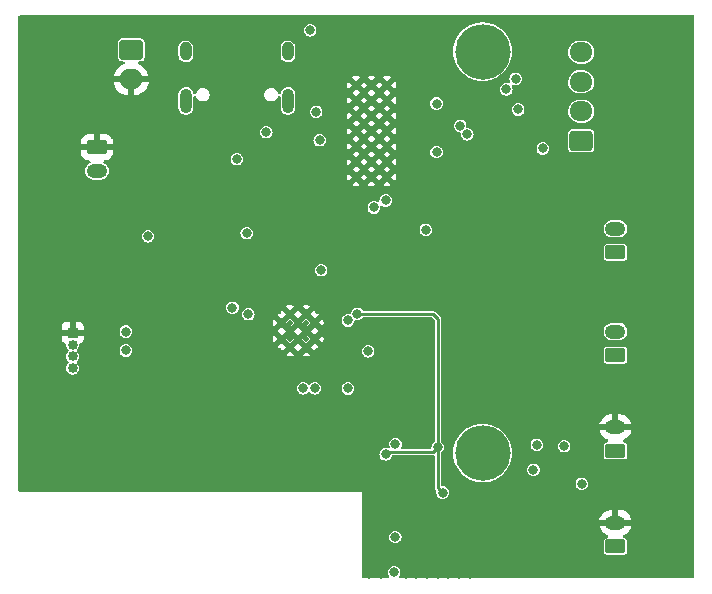
<source format=gbr>
%TF.GenerationSoftware,KiCad,Pcbnew,(6.0.7)*%
%TF.CreationDate,2023-08-26T21:57:55+08:00*%
%TF.ProjectId,ESP32_C3_motor_driver_V4,45535033-325f-4433-935f-6d6f746f725f,rev?*%
%TF.SameCoordinates,PX5ae29a0PY2d4cae0*%
%TF.FileFunction,Copper,L3,Inr*%
%TF.FilePolarity,Positive*%
%FSLAX46Y46*%
G04 Gerber Fmt 4.6, Leading zero omitted, Abs format (unit mm)*
G04 Created by KiCad (PCBNEW (6.0.7)) date 2023-08-26 21:57:55*
%MOMM*%
%LPD*%
G01*
G04 APERTURE LIST*
G04 Aperture macros list*
%AMRoundRect*
0 Rectangle with rounded corners*
0 $1 Rounding radius*
0 $2 $3 $4 $5 $6 $7 $8 $9 X,Y pos of 4 corners*
0 Add a 4 corners polygon primitive as box body*
4,1,4,$2,$3,$4,$5,$6,$7,$8,$9,$2,$3,0*
0 Add four circle primitives for the rounded corners*
1,1,$1+$1,$2,$3*
1,1,$1+$1,$4,$5*
1,1,$1+$1,$6,$7*
1,1,$1+$1,$8,$9*
0 Add four rect primitives between the rounded corners*
20,1,$1+$1,$2,$3,$4,$5,0*
20,1,$1+$1,$4,$5,$6,$7,0*
20,1,$1+$1,$6,$7,$8,$9,0*
20,1,$1+$1,$8,$9,$2,$3,0*%
G04 Aperture macros list end*
%TA.AperFunction,ComponentPad*%
%ADD10C,4.700000*%
%TD*%
%TA.AperFunction,ComponentPad*%
%ADD11C,0.500000*%
%TD*%
%TA.AperFunction,ComponentPad*%
%ADD12RoundRect,0.250000X0.725000X-0.600000X0.725000X0.600000X-0.725000X0.600000X-0.725000X-0.600000X0*%
%TD*%
%TA.AperFunction,ComponentPad*%
%ADD13O,1.950000X1.700000*%
%TD*%
%TA.AperFunction,ComponentPad*%
%ADD14RoundRect,0.250000X-0.625000X0.350000X-0.625000X-0.350000X0.625000X-0.350000X0.625000X0.350000X0*%
%TD*%
%TA.AperFunction,ComponentPad*%
%ADD15O,1.750000X1.200000*%
%TD*%
%TA.AperFunction,ComponentPad*%
%ADD16RoundRect,0.250000X0.625000X-0.350000X0.625000X0.350000X-0.625000X0.350000X-0.625000X-0.350000X0*%
%TD*%
%TA.AperFunction,ComponentPad*%
%ADD17RoundRect,0.250000X-0.750000X0.600000X-0.750000X-0.600000X0.750000X-0.600000X0.750000X0.600000X0*%
%TD*%
%TA.AperFunction,ComponentPad*%
%ADD18O,2.000000X1.700000*%
%TD*%
%TA.AperFunction,ComponentPad*%
%ADD19O,1.000000X1.600000*%
%TD*%
%TA.AperFunction,ComponentPad*%
%ADD20O,1.000000X2.100000*%
%TD*%
%TA.AperFunction,ComponentPad*%
%ADD21R,0.850000X0.850000*%
%TD*%
%TA.AperFunction,ComponentPad*%
%ADD22O,0.850000X0.850000*%
%TD*%
%TA.AperFunction,ViaPad*%
%ADD23C,0.800000*%
%TD*%
%TA.AperFunction,Conductor*%
%ADD24C,0.250000*%
%TD*%
G04 APERTURE END LIST*
D10*
%TO.N,N/C*%
%TO.C,REF\u002A\u002A*%
X39700000Y-37500000D03*
%TD*%
%TO.N,N/C*%
%TO.C,REF\u002A\u002A*%
X39700000Y-3500000D03*
%TD*%
D11*
%TO.N,GND*%
%TO.C,U6*%
X23380000Y-27140000D03*
X23380000Y-26440000D03*
X23380000Y-25740000D03*
X22680000Y-26440000D03*
X23380000Y-27840000D03*
X22680000Y-27840000D03*
X23380000Y-28540000D03*
X24780000Y-28540000D03*
X24780000Y-27840000D03*
X24780000Y-27140000D03*
X24780000Y-26440000D03*
X24780000Y-25740000D03*
X24080000Y-26440000D03*
X24080000Y-27840000D03*
X25480000Y-27840000D03*
X25480000Y-26440000D03*
%TD*%
D12*
%TO.N,/M11*%
%TO.C,J10*%
X48050000Y-11050000D03*
D13*
%TO.N,/M12*%
X48050000Y-8550000D03*
%TO.N,/M13*%
X48050000Y-6050000D03*
%TO.N,/M14*%
X48050000Y-3550000D03*
%TD*%
D14*
%TO.N,GND*%
%TO.C,J5*%
X7050000Y-11600000D03*
D15*
%TO.N,/12V*%
X7050000Y-13600000D03*
%TD*%
D16*
%TO.N,/CAN_L*%
%TO.C,J4*%
X50950000Y-20500000D03*
D15*
%TO.N,/CAN_H*%
X50950000Y-18500000D03*
%TD*%
D11*
%TO.N,GND*%
%TO.C,U4*%
X30300000Y-10220000D03*
X30300000Y-11520000D03*
X30300000Y-12820000D03*
X30300000Y-14120000D03*
X30300000Y-8920000D03*
X30300000Y-7620000D03*
X30300000Y-6320000D03*
X31600000Y-14120000D03*
X29000000Y-14120000D03*
X31600000Y-12820000D03*
X29000000Y-12820000D03*
X29000000Y-11520000D03*
X31600000Y-11520000D03*
X31600000Y-10220000D03*
X29000000Y-10220000D03*
X31600000Y-8920000D03*
X29000000Y-8920000D03*
X31600000Y-7620000D03*
X29000000Y-7620000D03*
X31600000Y-6320000D03*
X29000000Y-6320000D03*
%TD*%
D16*
%TO.N,/CAN_L*%
%TO.C,J6*%
X50950000Y-29200000D03*
D15*
%TO.N,/CAN_H*%
X50950000Y-27200000D03*
%TD*%
D17*
%TO.N,/12V*%
%TO.C,J1*%
X9950000Y-3350000D03*
D18*
%TO.N,GND*%
X9950000Y-5850000D03*
%TD*%
D16*
%TO.N,Net-(J9-Pad1)*%
%TO.C,J9*%
X50950000Y-45400000D03*
D15*
%TO.N,GND*%
X50950000Y-43400000D03*
%TD*%
D19*
%TO.N,unconnected-(J2-PadS1)*%
%TO.C,J2*%
X14580000Y-3487500D03*
D20*
X23220000Y-7667500D03*
D19*
X23220000Y-3487500D03*
D20*
X14580000Y-7667500D03*
%TD*%
D21*
%TO.N,GND*%
%TO.C,J3*%
X4990000Y-27300000D03*
D22*
%TO.N,/UART0_TX*%
X4990000Y-28300000D03*
%TO.N,/UART0_RX*%
X4990000Y-29300000D03*
%TO.N,/3V3*%
X4990000Y-30300000D03*
%TD*%
D16*
%TO.N,Net-(J8-Pad1)*%
%TO.C,J8*%
X50950000Y-37300000D03*
D15*
%TO.N,GND*%
X50950000Y-35300000D03*
%TD*%
D23*
%TO.N,GND*%
X19000000Y-39800000D03*
X16900000Y-39800000D03*
X18000000Y-39800000D03*
X28300000Y-3800000D03*
X37700000Y-47700000D03*
X38600000Y-47700000D03*
X35900000Y-47700000D03*
X36800000Y-47700000D03*
X33200000Y-47700000D03*
X34100000Y-47700000D03*
X35000000Y-47700000D03*
X5500000Y-32700000D03*
X20400000Y-33600000D03*
X19500000Y-33600000D03*
X18600000Y-33600000D03*
X17700000Y-33600000D03*
X16800000Y-33600000D03*
X15900000Y-33600000D03*
X15000000Y-33600000D03*
X13200000Y-33600000D03*
X14100000Y-33600000D03*
X12300000Y-33600000D03*
X11400000Y-33600000D03*
X10500000Y-33600000D03*
X9600000Y-33600000D03*
X8700000Y-33600000D03*
X7800000Y-33600000D03*
X6800000Y-33600000D03*
X5900000Y-33600000D03*
X4600000Y-32100000D03*
X1900000Y-32100000D03*
X3700000Y-32100000D03*
X2800000Y-32100000D03*
X1000000Y-32100000D03*
X12190000Y-24970000D03*
X16487198Y-26287198D03*
X16270000Y-21790000D03*
X14290000Y-29480000D03*
X23960000Y-21920000D03*
X19100000Y-38200000D03*
X21567500Y-29702977D03*
X26000000Y-36300000D03*
X33250000Y-46700000D03*
X45800000Y-42700000D03*
X17700000Y-28600000D03*
X34775000Y-34625000D03*
X39450000Y-42800000D03*
X22700000Y-40200000D03*
X14500000Y-40200000D03*
X39250000Y-41800000D03*
X42000000Y-25900000D03*
X23600000Y-40200000D03*
X19194623Y-14992438D03*
X10000000Y-40200000D03*
X1000000Y-33000000D03*
X10900000Y-40200000D03*
X35400000Y-21000000D03*
X21332000Y-14858000D03*
X15700000Y-9700000D03*
X30000000Y-44100000D03*
X2800000Y-40200000D03*
X20900000Y-40200000D03*
X23300000Y-34900000D03*
X21200000Y-34200000D03*
X33900000Y-27400000D03*
X20400000Y-36300000D03*
X15100000Y-37400000D03*
X1000000Y-34800000D03*
X30000000Y-40400000D03*
X23300000Y-35800000D03*
X38200000Y-13342500D03*
X34000000Y-31300000D03*
X18500000Y-36400000D03*
X30000000Y-46800000D03*
X43900000Y-11000000D03*
X1000000Y-35700000D03*
X31100000Y-47700000D03*
X36602500Y-29900000D03*
X20900000Y-38100000D03*
X11800000Y-40200000D03*
X13030000Y-20760000D03*
X21000000Y-30500000D03*
X28990000Y-18980000D03*
X24500000Y-40200000D03*
X8200000Y-40200000D03*
X33200000Y-23400000D03*
X23400000Y-36700000D03*
X29000000Y-40200000D03*
X14800000Y-38300000D03*
X31500000Y-3300000D03*
X21800000Y-37700000D03*
X20000000Y-39800000D03*
X25400000Y-40200000D03*
X1900000Y-40200000D03*
X42000000Y-23500000D03*
X30000000Y-45900000D03*
X40575000Y-47300000D03*
X19400000Y-36400000D03*
X26192799Y-9816311D03*
X1000000Y-33900000D03*
X35800000Y-5000000D03*
X1000000Y-37500000D03*
X5500000Y-40200000D03*
X26900000Y-16500000D03*
X20700000Y-35300000D03*
X30000000Y-43200000D03*
X12600000Y-17400000D03*
X20000000Y-38200000D03*
X17600000Y-36400000D03*
X27400000Y-33800000D03*
X7300000Y-40200000D03*
X18200000Y-38200000D03*
X23300000Y-33100000D03*
X33700000Y-41300000D03*
X27100000Y-24600000D03*
X38757590Y-8007914D03*
X9100000Y-40200000D03*
X6400000Y-40200000D03*
X9500000Y-31800000D03*
X12700000Y-40200000D03*
X30100000Y-47700000D03*
X13600000Y-40200000D03*
X4600000Y-40200000D03*
X33400000Y-5300000D03*
X30000000Y-45000000D03*
X41802500Y-28800000D03*
X30000000Y-41400000D03*
X17300000Y-38200000D03*
X1000000Y-38400000D03*
X22100000Y-9700000D03*
X16500000Y-38800000D03*
X33254500Y-42400000D03*
X37602500Y-27300000D03*
X1000000Y-40200000D03*
X1000000Y-36600000D03*
X8900000Y-23700000D03*
X45800000Y-46600000D03*
X17200000Y-12337500D03*
X28100000Y-40200000D03*
X3700000Y-40200000D03*
X20400000Y-12355500D03*
X46400000Y-40100000D03*
X17700000Y-29600000D03*
X15800000Y-36700000D03*
X30000000Y-42300000D03*
X22500000Y-37000000D03*
X26000000Y-33100000D03*
X27040000Y-19070000D03*
X17500000Y-32500000D03*
X20400000Y-32100000D03*
X21100000Y-33000000D03*
X14800000Y-39300000D03*
X27200000Y-40200000D03*
X20300000Y-31100000D03*
X23300000Y-34000000D03*
X21800000Y-40200000D03*
X26300000Y-40200000D03*
X1000000Y-39300000D03*
X31800000Y-23400000D03*
X16700000Y-36400000D03*
%TO.N,/12V*%
X25100000Y-1700000D03*
X34900000Y-18600000D03*
%TO.N,/3V3*%
X11370000Y-19140000D03*
X48100000Y-40100000D03*
X32321181Y-36745500D03*
X30000000Y-28870500D03*
X44000000Y-38900000D03*
X26024500Y-22000000D03*
X19730000Y-18870000D03*
%TO.N,/INT_ACC*%
X35900000Y-37000000D03*
X31487198Y-37600000D03*
X36312802Y-40837198D03*
X29100000Y-25700000D03*
%TO.N,/5V_USB*%
X21375716Y-10314753D03*
X18900000Y-12600000D03*
%TO.N,Net-(J9-Pad1)*%
X28300000Y-26265500D03*
X28300000Y-32024500D03*
%TO.N,/M11*%
X35800000Y-12000000D03*
X44800000Y-11700000D03*
%TO.N,/M12*%
X38400000Y-10500000D03*
X42700000Y-8400000D03*
%TO.N,/M13*%
X41700000Y-6700000D03*
X35800000Y-7900000D03*
%TO.N,/M14*%
X42500000Y-5800000D03*
X37788580Y-9786677D03*
%TO.N,/SDA_ACC*%
X25500000Y-32000000D03*
X32200000Y-47600000D03*
%TO.N,/SCL_ACC*%
X32300000Y-44600000D03*
X24500000Y-32000000D03*
%TO.N,/DIR*%
X25600000Y-8600000D03*
X30500000Y-16700000D03*
%TO.N,/STP*%
X25900000Y-11000000D03*
X31500000Y-16100000D03*
%TO.N,Net-(J8-Pad1)*%
X46600000Y-36900000D03*
X44300000Y-36800000D03*
%TO.N,Net-(R19-Pad1)*%
X19866989Y-25733011D03*
X9500000Y-28800000D03*
%TO.N,Net-(R20-Pad1)*%
X9500000Y-27200000D03*
X18519873Y-25180127D03*
%TD*%
D24*
%TO.N,/INT_ACC*%
X35900000Y-40424396D02*
X35900000Y-37000000D01*
X35900000Y-26100000D02*
X35500000Y-25700000D01*
X31487198Y-37600000D02*
X31687198Y-37400000D01*
X31687198Y-37400000D02*
X35500000Y-37400000D01*
X36312802Y-40837198D02*
X35900000Y-40424396D01*
X35900000Y-37000000D02*
X35900000Y-26100000D01*
X35500000Y-37400000D02*
X35900000Y-37000000D01*
X35500000Y-25700000D02*
X29100000Y-25700000D01*
%TD*%
%TA.AperFunction,Conductor*%
%TO.N,GND*%
G36*
X57478273Y-402051D02*
G01*
X57491167Y-404093D01*
X57555320Y-434504D01*
X57592848Y-494772D01*
X57595907Y-508833D01*
X57597949Y-521727D01*
X57599500Y-541436D01*
X57599500Y-47958564D01*
X57597949Y-47978273D01*
X57595907Y-47991167D01*
X57565496Y-48055320D01*
X57505228Y-48092848D01*
X57491167Y-48095907D01*
X57478273Y-48097949D01*
X57458564Y-48099500D01*
X32740903Y-48099500D01*
X32672782Y-48079498D01*
X32626289Y-48025842D01*
X32616185Y-47955568D01*
X32640940Y-47896798D01*
X32663391Y-47867539D01*
X32716846Y-47738488D01*
X32735078Y-47600000D01*
X32716846Y-47461512D01*
X32663391Y-47332461D01*
X32578357Y-47221643D01*
X32467539Y-47136609D01*
X32338488Y-47083154D01*
X32200000Y-47064922D01*
X32061512Y-47083154D01*
X31932461Y-47136609D01*
X31821643Y-47221643D01*
X31736609Y-47332461D01*
X31683154Y-47461512D01*
X31664922Y-47600000D01*
X31683154Y-47738488D01*
X31736609Y-47867539D01*
X31759060Y-47896798D01*
X31784660Y-47963016D01*
X31770396Y-48032564D01*
X31720795Y-48083361D01*
X31659097Y-48099500D01*
X29626000Y-48099500D01*
X29557879Y-48079498D01*
X29511386Y-48025842D01*
X29500000Y-47973500D01*
X29500000Y-44600000D01*
X31764922Y-44600000D01*
X31783154Y-44738488D01*
X31836609Y-44867539D01*
X31921643Y-44978357D01*
X32032461Y-45063391D01*
X32161512Y-45116846D01*
X32300000Y-45135078D01*
X32308188Y-45134000D01*
X32430300Y-45117924D01*
X32438488Y-45116846D01*
X32567539Y-45063391D01*
X32678357Y-44978357D01*
X32763391Y-44867539D01*
X32816846Y-44738488D01*
X32835078Y-44600000D01*
X32816846Y-44461512D01*
X32763391Y-44332461D01*
X32678357Y-44221643D01*
X32567539Y-44136609D01*
X32438488Y-44083154D01*
X32300000Y-44064922D01*
X32161512Y-44083154D01*
X32032461Y-44136609D01*
X31921643Y-44221643D01*
X31836609Y-44332461D01*
X31783154Y-44461512D01*
X31764922Y-44600000D01*
X29500000Y-44600000D01*
X29500000Y-43667399D01*
X49599712Y-43667399D01*
X49621194Y-43756537D01*
X49625083Y-43767832D01*
X49707629Y-43949382D01*
X49713576Y-43959724D01*
X49828968Y-44122397D01*
X49836761Y-44131425D01*
X49980831Y-44269342D01*
X49990196Y-44276738D01*
X50157741Y-44384921D01*
X50168345Y-44390417D01*
X50276563Y-44434030D01*
X50332269Y-44478045D01*
X50355336Y-44545190D01*
X50338439Y-44614147D01*
X50286944Y-44663022D01*
X50247816Y-44675553D01*
X50242163Y-44676385D01*
X50214148Y-44680509D01*
X50205356Y-44684826D01*
X50205355Y-44684826D01*
X50109788Y-44731747D01*
X50109786Y-44731748D01*
X50100440Y-44736337D01*
X50010946Y-44825987D01*
X49955317Y-44939793D01*
X49944500Y-45013938D01*
X49944500Y-45786062D01*
X49955509Y-45860852D01*
X50011337Y-45974560D01*
X50100987Y-46064054D01*
X50110343Y-46068627D01*
X50110344Y-46068628D01*
X50151111Y-46088555D01*
X50214793Y-46119683D01*
X50265870Y-46127135D01*
X50284413Y-46129840D01*
X50284415Y-46129840D01*
X50288938Y-46130500D01*
X51611062Y-46130500D01*
X51685852Y-46119491D01*
X51789448Y-46068628D01*
X51790212Y-46068253D01*
X51790214Y-46068252D01*
X51799560Y-46063663D01*
X51889054Y-45974013D01*
X51944683Y-45860207D01*
X51955500Y-45786062D01*
X51955500Y-45013938D01*
X51944491Y-44939148D01*
X51909333Y-44867539D01*
X51893253Y-44834788D01*
X51893252Y-44834786D01*
X51888663Y-44825440D01*
X51799013Y-44735946D01*
X51789657Y-44731373D01*
X51789656Y-44731372D01*
X51748889Y-44711445D01*
X51685207Y-44680317D01*
X51664467Y-44677291D01*
X51661169Y-44676810D01*
X51596649Y-44647183D01*
X51558390Y-44587378D01*
X51558537Y-44516381D01*
X51597044Y-44456735D01*
X51632564Y-44435142D01*
X51643678Y-44430697D01*
X51820978Y-44339381D01*
X51831024Y-44332931D01*
X51987857Y-44209738D01*
X51996506Y-44201501D01*
X52127212Y-44050877D01*
X52134147Y-44041153D01*
X52234010Y-43868533D01*
X52238984Y-43857669D01*
X52304407Y-43669273D01*
X52304648Y-43668284D01*
X52303180Y-43657992D01*
X52289615Y-43654000D01*
X49614598Y-43654000D01*
X49601067Y-43657973D01*
X49599712Y-43667399D01*
X29500000Y-43667399D01*
X29500000Y-43131716D01*
X49595352Y-43131716D01*
X49596820Y-43142008D01*
X49610385Y-43146000D01*
X50677885Y-43146000D01*
X50693124Y-43141525D01*
X50694329Y-43140135D01*
X50696000Y-43132452D01*
X50696000Y-43127885D01*
X51204000Y-43127885D01*
X51208475Y-43143124D01*
X51209865Y-43144329D01*
X51217548Y-43146000D01*
X52285402Y-43146000D01*
X52298933Y-43142027D01*
X52300288Y-43132601D01*
X52278806Y-43043463D01*
X52274917Y-43032168D01*
X52192371Y-42850618D01*
X52186424Y-42840276D01*
X52071032Y-42677603D01*
X52063239Y-42668575D01*
X51919169Y-42530658D01*
X51909804Y-42523262D01*
X51742259Y-42415079D01*
X51731655Y-42409583D01*
X51546688Y-42335039D01*
X51535230Y-42331645D01*
X51338072Y-42293143D01*
X51329209Y-42292066D01*
X51326500Y-42292000D01*
X51222115Y-42292000D01*
X51206876Y-42296475D01*
X51205671Y-42297865D01*
X51204000Y-42305548D01*
X51204000Y-43127885D01*
X50696000Y-43127885D01*
X50696000Y-42310115D01*
X50691525Y-42294876D01*
X50690135Y-42293671D01*
X50682452Y-42292000D01*
X50625168Y-42292000D01*
X50619192Y-42292285D01*
X50470506Y-42306471D01*
X50458772Y-42308730D01*
X50267401Y-42364872D01*
X50256325Y-42369302D01*
X50079022Y-42460619D01*
X50068976Y-42467069D01*
X49912143Y-42590262D01*
X49903494Y-42598499D01*
X49772788Y-42749123D01*
X49765853Y-42758847D01*
X49665990Y-42931467D01*
X49661016Y-42942331D01*
X49595593Y-43130727D01*
X49595352Y-43131716D01*
X29500000Y-43131716D01*
X29500000Y-40800000D01*
X526500Y-40800000D01*
X458379Y-40779998D01*
X411886Y-40726342D01*
X400500Y-40674000D01*
X400500Y-32000000D01*
X23964922Y-32000000D01*
X23983154Y-32138488D01*
X24036609Y-32267539D01*
X24121643Y-32378357D01*
X24232461Y-32463391D01*
X24361512Y-32516846D01*
X24500000Y-32535078D01*
X24508188Y-32534000D01*
X24630300Y-32517924D01*
X24638488Y-32516846D01*
X24767539Y-32463391D01*
X24878357Y-32378357D01*
X24900038Y-32350102D01*
X24957376Y-32308235D01*
X25028247Y-32304013D01*
X25090150Y-32338777D01*
X25099962Y-32350102D01*
X25121643Y-32378357D01*
X25232461Y-32463391D01*
X25361512Y-32516846D01*
X25500000Y-32535078D01*
X25508188Y-32534000D01*
X25630300Y-32517924D01*
X25638488Y-32516846D01*
X25767539Y-32463391D01*
X25878357Y-32378357D01*
X25963391Y-32267539D01*
X26016846Y-32138488D01*
X26031853Y-32024500D01*
X27764922Y-32024500D01*
X27783154Y-32162988D01*
X27836609Y-32292039D01*
X27921643Y-32402857D01*
X28032461Y-32487891D01*
X28161512Y-32541346D01*
X28300000Y-32559578D01*
X28308188Y-32558500D01*
X28430300Y-32542424D01*
X28438488Y-32541346D01*
X28567539Y-32487891D01*
X28678357Y-32402857D01*
X28763391Y-32292039D01*
X28816846Y-32162988D01*
X28835078Y-32024500D01*
X28816846Y-31886012D01*
X28763391Y-31756961D01*
X28678357Y-31646143D01*
X28567539Y-31561109D01*
X28438488Y-31507654D01*
X28300000Y-31489422D01*
X28161512Y-31507654D01*
X28032461Y-31561109D01*
X27921643Y-31646143D01*
X27836609Y-31756961D01*
X27783154Y-31886012D01*
X27764922Y-32024500D01*
X26031853Y-32024500D01*
X26035078Y-32000000D01*
X26016846Y-31861512D01*
X25963391Y-31732461D01*
X25878357Y-31621643D01*
X25767539Y-31536609D01*
X25638488Y-31483154D01*
X25500000Y-31464922D01*
X25361512Y-31483154D01*
X25232461Y-31536609D01*
X25121643Y-31621643D01*
X25116617Y-31628193D01*
X25099962Y-31649898D01*
X25042624Y-31691765D01*
X24971753Y-31695987D01*
X24909850Y-31661223D01*
X24900038Y-31649898D01*
X24883383Y-31628193D01*
X24878357Y-31621643D01*
X24767539Y-31536609D01*
X24638488Y-31483154D01*
X24500000Y-31464922D01*
X24361512Y-31483154D01*
X24232461Y-31536609D01*
X24121643Y-31621643D01*
X24036609Y-31732461D01*
X23983154Y-31861512D01*
X23964922Y-32000000D01*
X400500Y-32000000D01*
X400500Y-27769669D01*
X4057001Y-27769669D01*
X4057371Y-27776490D01*
X4062895Y-27827352D01*
X4066521Y-27842604D01*
X4111676Y-27963054D01*
X4120214Y-27978649D01*
X4196715Y-28080724D01*
X4209276Y-28093285D01*
X4311351Y-28169786D01*
X4326950Y-28178326D01*
X4349013Y-28186597D01*
X4405778Y-28229238D01*
X4430317Y-28295364D01*
X4429707Y-28300000D01*
X4448799Y-28445014D01*
X4504772Y-28580146D01*
X4593813Y-28696187D01*
X4600366Y-28701215D01*
X4606203Y-28707052D01*
X4604904Y-28708351D01*
X4640701Y-28757384D01*
X4644918Y-28828255D01*
X4610150Y-28890155D01*
X4601497Y-28897652D01*
X4600359Y-28898790D01*
X4593813Y-28903813D01*
X4504772Y-29019854D01*
X4448799Y-29154986D01*
X4429707Y-29300000D01*
X4448799Y-29445014D01*
X4504772Y-29580146D01*
X4593813Y-29696187D01*
X4600366Y-29701215D01*
X4606203Y-29707052D01*
X4604904Y-29708351D01*
X4640701Y-29757384D01*
X4644918Y-29828255D01*
X4610150Y-29890155D01*
X4601497Y-29897652D01*
X4600359Y-29898790D01*
X4593813Y-29903813D01*
X4504772Y-30019854D01*
X4448799Y-30154986D01*
X4429707Y-30300000D01*
X4448799Y-30445014D01*
X4504772Y-30580146D01*
X4593813Y-30696187D01*
X4600363Y-30701213D01*
X4600366Y-30701216D01*
X4651833Y-30740708D01*
X4709853Y-30785228D01*
X4717483Y-30788388D01*
X4717484Y-30788389D01*
X4837358Y-30838042D01*
X4837362Y-30838043D01*
X4844986Y-30841201D01*
X4853166Y-30842278D01*
X4853170Y-30842279D01*
X4981812Y-30859215D01*
X4990000Y-30860293D01*
X4998188Y-30859215D01*
X5126830Y-30842279D01*
X5126834Y-30842278D01*
X5135014Y-30841201D01*
X5142638Y-30838043D01*
X5142642Y-30838042D01*
X5262516Y-30788389D01*
X5262517Y-30788388D01*
X5270147Y-30785228D01*
X5328167Y-30740707D01*
X5379634Y-30701216D01*
X5379637Y-30701213D01*
X5386187Y-30696187D01*
X5475228Y-30580146D01*
X5531201Y-30445014D01*
X5550293Y-30300000D01*
X5531201Y-30154986D01*
X5475228Y-30019854D01*
X5399447Y-29921094D01*
X5391214Y-29910364D01*
X5391213Y-29910363D01*
X5386187Y-29903813D01*
X5379634Y-29898785D01*
X5373797Y-29892948D01*
X5375097Y-29891648D01*
X5339302Y-29842628D01*
X5335078Y-29771757D01*
X5369841Y-29709853D01*
X5378497Y-29702352D01*
X5379633Y-29701216D01*
X5386187Y-29696187D01*
X5475228Y-29580146D01*
X5531201Y-29445014D01*
X5550293Y-29300000D01*
X5531201Y-29154986D01*
X5475228Y-29019854D01*
X5386187Y-28903813D01*
X5379634Y-28898785D01*
X5373797Y-28892948D01*
X5375097Y-28891648D01*
X5339302Y-28842628D01*
X5336761Y-28800000D01*
X8964922Y-28800000D01*
X8966000Y-28808188D01*
X8978500Y-28903133D01*
X8983154Y-28938488D01*
X9036609Y-29067539D01*
X9121643Y-29178357D01*
X9232461Y-29263391D01*
X9361512Y-29316846D01*
X9500000Y-29335078D01*
X9508188Y-29334000D01*
X9630300Y-29317924D01*
X9638488Y-29316846D01*
X9767539Y-29263391D01*
X9817657Y-29224934D01*
X23054239Y-29224934D01*
X23057022Y-29228652D01*
X23188857Y-29277681D01*
X23202448Y-29281070D01*
X23357044Y-29301697D01*
X23371040Y-29301991D01*
X23526360Y-29287855D01*
X23540085Y-29285038D01*
X23688415Y-29236843D01*
X23697055Y-29232924D01*
X23704463Y-29224934D01*
X24454239Y-29224934D01*
X24457022Y-29228652D01*
X24588857Y-29277681D01*
X24602448Y-29281070D01*
X24757044Y-29301697D01*
X24771040Y-29301991D01*
X24926360Y-29287855D01*
X24940085Y-29285038D01*
X25088415Y-29236843D01*
X25097055Y-29232924D01*
X25105430Y-29223891D01*
X25101925Y-29215478D01*
X24792812Y-28906365D01*
X24778868Y-28898751D01*
X24777035Y-28898882D01*
X24770420Y-28903133D01*
X24460999Y-29212554D01*
X24454239Y-29224934D01*
X23704463Y-29224934D01*
X23705430Y-29223891D01*
X23701925Y-29215478D01*
X23392812Y-28906365D01*
X23378868Y-28898751D01*
X23377035Y-28898882D01*
X23370420Y-28903133D01*
X23060999Y-29212554D01*
X23054239Y-29224934D01*
X9817657Y-29224934D01*
X9878357Y-29178357D01*
X9963391Y-29067539D01*
X10016846Y-28938488D01*
X10021501Y-28903133D01*
X10025797Y-28870500D01*
X29464922Y-28870500D01*
X29483154Y-29008988D01*
X29536609Y-29138039D01*
X29621643Y-29248857D01*
X29732461Y-29333891D01*
X29861512Y-29387346D01*
X30000000Y-29405578D01*
X30008188Y-29404500D01*
X30130300Y-29388424D01*
X30138488Y-29387346D01*
X30267539Y-29333891D01*
X30378357Y-29248857D01*
X30463391Y-29138039D01*
X30516846Y-29008988D01*
X30535078Y-28870500D01*
X30516846Y-28732012D01*
X30463391Y-28602961D01*
X30378357Y-28492143D01*
X30267539Y-28407109D01*
X30138488Y-28353654D01*
X30000000Y-28335422D01*
X29861512Y-28353654D01*
X29732461Y-28407109D01*
X29621643Y-28492143D01*
X29536609Y-28602961D01*
X29483154Y-28732012D01*
X29464922Y-28870500D01*
X10025797Y-28870500D01*
X10034000Y-28808188D01*
X10035078Y-28800000D01*
X10016846Y-28661512D01*
X9963391Y-28532461D01*
X9957615Y-28524934D01*
X22354239Y-28524934D01*
X22357022Y-28528652D01*
X22488857Y-28577681D01*
X22502448Y-28581070D01*
X22524948Y-28584072D01*
X22589825Y-28612907D01*
X22628814Y-28672240D01*
X22631314Y-28684776D01*
X22631720Y-28684690D01*
X22636097Y-28705280D01*
X22685327Y-28853270D01*
X22687729Y-28858468D01*
X22695717Y-28865772D01*
X22704338Y-28862109D01*
X23013635Y-28552812D01*
X23020013Y-28541132D01*
X23738751Y-28541132D01*
X23738882Y-28542965D01*
X23743133Y-28549580D01*
X24052178Y-28858625D01*
X24066123Y-28866240D01*
X24069686Y-28865985D01*
X24092573Y-28867108D01*
X24104338Y-28862109D01*
X24413635Y-28552812D01*
X24420013Y-28541132D01*
X25138751Y-28541132D01*
X25138882Y-28542965D01*
X25143133Y-28549580D01*
X25452178Y-28858625D01*
X25464558Y-28865385D01*
X25468374Y-28862528D01*
X25516330Y-28736284D01*
X25519811Y-28722726D01*
X25523794Y-28694388D01*
X25553082Y-28629714D01*
X25612687Y-28591141D01*
X25623232Y-28588498D01*
X25640078Y-28585040D01*
X25788415Y-28536843D01*
X25797055Y-28532924D01*
X25805430Y-28523891D01*
X25801925Y-28515478D01*
X25492812Y-28206365D01*
X25478868Y-28198751D01*
X25477035Y-28198882D01*
X25470420Y-28203133D01*
X25146365Y-28527188D01*
X25138751Y-28541132D01*
X24420013Y-28541132D01*
X24421249Y-28538868D01*
X24421118Y-28537035D01*
X24416867Y-28530420D01*
X24092812Y-28206365D01*
X24078868Y-28198751D01*
X24077035Y-28198882D01*
X24070420Y-28203133D01*
X23746365Y-28527188D01*
X23738751Y-28541132D01*
X23020013Y-28541132D01*
X23021249Y-28538868D01*
X23021118Y-28537035D01*
X23016867Y-28530420D01*
X22692812Y-28206365D01*
X22678868Y-28198751D01*
X22677035Y-28198882D01*
X22670420Y-28203133D01*
X22360999Y-28512554D01*
X22354239Y-28524934D01*
X9957615Y-28524934D01*
X9878357Y-28421643D01*
X9767539Y-28336609D01*
X9638488Y-28283154D01*
X9500000Y-28264922D01*
X9361512Y-28283154D01*
X9232461Y-28336609D01*
X9121643Y-28421643D01*
X9036609Y-28532461D01*
X8983154Y-28661512D01*
X8964922Y-28800000D01*
X5336761Y-28800000D01*
X5335078Y-28771757D01*
X5369841Y-28709853D01*
X5378497Y-28702352D01*
X5379633Y-28701216D01*
X5386187Y-28696187D01*
X5475228Y-28580146D01*
X5531201Y-28445014D01*
X5550293Y-28300000D01*
X5550550Y-28300034D01*
X5569217Y-28236458D01*
X5622873Y-28189965D01*
X5630987Y-28186597D01*
X5653050Y-28178326D01*
X5668649Y-28169786D01*
X5770724Y-28093285D01*
X5783285Y-28080724D01*
X5859786Y-27978649D01*
X5868324Y-27963054D01*
X5913478Y-27842606D01*
X5914963Y-27836362D01*
X21917966Y-27836362D01*
X21933186Y-27991585D01*
X21936097Y-28005280D01*
X21985327Y-28153270D01*
X21987729Y-28158468D01*
X21995717Y-28165772D01*
X22004338Y-28162109D01*
X22313635Y-27852812D01*
X22320013Y-27841132D01*
X23038751Y-27841132D01*
X23038882Y-27842965D01*
X23043133Y-27849580D01*
X23367188Y-28173635D01*
X23381132Y-28181249D01*
X23382965Y-28181118D01*
X23389580Y-28176867D01*
X23713635Y-27852812D01*
X23720013Y-27841132D01*
X24438751Y-27841132D01*
X24438882Y-27842965D01*
X24443133Y-27849580D01*
X24767188Y-28173635D01*
X24781132Y-28181249D01*
X24782965Y-28181118D01*
X24789580Y-28176867D01*
X25113635Y-27852812D01*
X25120013Y-27841132D01*
X25838751Y-27841132D01*
X25838882Y-27842965D01*
X25843133Y-27849580D01*
X26152178Y-28158625D01*
X26164558Y-28165385D01*
X26168374Y-28162528D01*
X26216331Y-28036283D01*
X26219811Y-28022727D01*
X26241948Y-27865221D01*
X26242554Y-27857338D01*
X26242741Y-27843962D01*
X26242354Y-27836062D01*
X26224625Y-27678003D01*
X26221523Y-27664350D01*
X26170700Y-27518407D01*
X26165141Y-27513467D01*
X26156088Y-27517465D01*
X25846365Y-27827188D01*
X25838751Y-27841132D01*
X25120013Y-27841132D01*
X25121249Y-27838868D01*
X25121118Y-27837035D01*
X25116867Y-27830420D01*
X24792812Y-27506365D01*
X24778868Y-27498751D01*
X24777035Y-27498882D01*
X24770420Y-27503133D01*
X24446365Y-27827188D01*
X24438751Y-27841132D01*
X23720013Y-27841132D01*
X23721249Y-27838868D01*
X23721118Y-27837035D01*
X23716867Y-27830420D01*
X23392812Y-27506365D01*
X23378868Y-27498751D01*
X23377035Y-27498882D01*
X23370420Y-27503133D01*
X23046365Y-27827188D01*
X23038751Y-27841132D01*
X22320013Y-27841132D01*
X22321249Y-27838868D01*
X22321118Y-27837035D01*
X22316867Y-27830420D01*
X22007039Y-27520592D01*
X21994659Y-27513832D01*
X21991037Y-27516543D01*
X21941001Y-27654016D01*
X21937709Y-27667625D01*
X21918162Y-27822356D01*
X21917966Y-27836362D01*
X5914963Y-27836362D01*
X5917105Y-27827351D01*
X5922631Y-27776486D01*
X5923000Y-27769672D01*
X5923000Y-27572115D01*
X5918525Y-27556876D01*
X5917135Y-27555671D01*
X5909452Y-27554000D01*
X4075116Y-27554000D01*
X4059877Y-27558475D01*
X4058672Y-27559865D01*
X4057001Y-27567548D01*
X4057001Y-27769669D01*
X400500Y-27769669D01*
X400500Y-27200000D01*
X8964922Y-27200000D01*
X8983154Y-27338488D01*
X9036609Y-27467539D01*
X9121643Y-27578357D01*
X9232461Y-27663391D01*
X9361512Y-27716846D01*
X9500000Y-27735078D01*
X9508188Y-27734000D01*
X9630300Y-27717924D01*
X9638488Y-27716846D01*
X9767539Y-27663391D01*
X9878357Y-27578357D01*
X9963391Y-27467539D01*
X10016846Y-27338488D01*
X10035078Y-27200000D01*
X10028803Y-27152339D01*
X22352577Y-27152339D01*
X22357684Y-27164131D01*
X22667188Y-27473635D01*
X22681132Y-27481249D01*
X22682965Y-27481118D01*
X22689580Y-27476867D01*
X23013635Y-27152812D01*
X23020013Y-27141132D01*
X23738751Y-27141132D01*
X23738882Y-27142965D01*
X23743133Y-27149580D01*
X24067188Y-27473635D01*
X24081132Y-27481249D01*
X24082965Y-27481118D01*
X24089580Y-27476867D01*
X24413635Y-27152812D01*
X24420013Y-27141132D01*
X25138751Y-27141132D01*
X25138882Y-27142965D01*
X25143133Y-27149580D01*
X25467188Y-27473635D01*
X25481132Y-27481249D01*
X25482965Y-27481118D01*
X25489580Y-27476867D01*
X25799847Y-27166600D01*
X25807461Y-27152656D01*
X25806811Y-27143567D01*
X25807575Y-27129039D01*
X25801925Y-27115478D01*
X25492812Y-26806365D01*
X25478868Y-26798751D01*
X25477035Y-26798882D01*
X25470420Y-26803133D01*
X25146365Y-27127188D01*
X25138751Y-27141132D01*
X24420013Y-27141132D01*
X24421249Y-27138868D01*
X24421118Y-27137035D01*
X24416867Y-27130420D01*
X24092812Y-26806365D01*
X24078868Y-26798751D01*
X24077035Y-26798882D01*
X24070420Y-26803133D01*
X23746365Y-27127188D01*
X23738751Y-27141132D01*
X23020013Y-27141132D01*
X23021249Y-27138868D01*
X23021118Y-27137035D01*
X23016867Y-27130420D01*
X22692812Y-26806365D01*
X22678868Y-26798751D01*
X22677035Y-26798882D01*
X22670420Y-26803133D01*
X22360999Y-27112554D01*
X22353385Y-27126498D01*
X22353611Y-27129663D01*
X22352577Y-27152339D01*
X10028803Y-27152339D01*
X10016846Y-27061512D01*
X9963391Y-26932461D01*
X9878357Y-26821643D01*
X9767539Y-26736609D01*
X9638488Y-26683154D01*
X9500000Y-26664922D01*
X9361512Y-26683154D01*
X9232461Y-26736609D01*
X9121643Y-26821643D01*
X9036609Y-26932461D01*
X8983154Y-27061512D01*
X8964922Y-27200000D01*
X400500Y-27200000D01*
X400500Y-27027885D01*
X4057000Y-27027885D01*
X4061475Y-27043124D01*
X4062865Y-27044329D01*
X4070548Y-27046000D01*
X4717885Y-27046000D01*
X4733124Y-27041525D01*
X4734329Y-27040135D01*
X4736000Y-27032452D01*
X4736000Y-27027885D01*
X5244000Y-27027885D01*
X5248475Y-27043124D01*
X5249865Y-27044329D01*
X5257548Y-27046000D01*
X5904884Y-27046000D01*
X5920123Y-27041525D01*
X5921328Y-27040135D01*
X5922999Y-27032452D01*
X5922999Y-26830331D01*
X5922629Y-26823510D01*
X5917105Y-26772648D01*
X5913479Y-26757396D01*
X5868324Y-26636946D01*
X5859786Y-26621351D01*
X5783285Y-26519276D01*
X5770724Y-26506715D01*
X5676852Y-26436362D01*
X21917966Y-26436362D01*
X21933186Y-26591585D01*
X21936097Y-26605280D01*
X21985327Y-26753270D01*
X21987729Y-26758468D01*
X21995717Y-26765772D01*
X22004338Y-26762109D01*
X22313635Y-26452812D01*
X22320013Y-26441132D01*
X23038751Y-26441132D01*
X23038882Y-26442965D01*
X23043133Y-26449580D01*
X23367188Y-26773635D01*
X23381132Y-26781249D01*
X23382965Y-26781118D01*
X23389580Y-26776867D01*
X23713635Y-26452812D01*
X23720013Y-26441132D01*
X24438751Y-26441132D01*
X24438882Y-26442965D01*
X24443133Y-26449580D01*
X24767188Y-26773635D01*
X24781132Y-26781249D01*
X24782965Y-26781118D01*
X24789580Y-26776867D01*
X25113635Y-26452812D01*
X25120013Y-26441132D01*
X25838751Y-26441132D01*
X25838882Y-26442965D01*
X25843133Y-26449580D01*
X26152178Y-26758625D01*
X26164558Y-26765385D01*
X26168374Y-26762528D01*
X26216331Y-26636283D01*
X26219811Y-26622727D01*
X26241948Y-26465221D01*
X26242554Y-26457338D01*
X26242741Y-26443962D01*
X26242354Y-26436062D01*
X26224625Y-26278003D01*
X26221784Y-26265500D01*
X27764922Y-26265500D01*
X27766000Y-26273688D01*
X27778285Y-26367000D01*
X27783154Y-26403988D01*
X27836609Y-26533039D01*
X27921643Y-26643857D01*
X28032461Y-26728891D01*
X28161512Y-26782346D01*
X28300000Y-26800578D01*
X28308188Y-26799500D01*
X28312883Y-26798882D01*
X28438488Y-26782346D01*
X28567539Y-26728891D01*
X28678357Y-26643857D01*
X28763391Y-26533039D01*
X28816846Y-26403988D01*
X28827082Y-26326234D01*
X28855804Y-26261308D01*
X28915069Y-26222216D01*
X28968448Y-26217759D01*
X29100000Y-26235078D01*
X29108188Y-26234000D01*
X29230300Y-26217924D01*
X29238488Y-26216846D01*
X29367539Y-26163391D01*
X29478357Y-26078357D01*
X29534804Y-26004794D01*
X29592141Y-25962928D01*
X29634765Y-25955500D01*
X35341977Y-25955500D01*
X35410098Y-25975502D01*
X35431072Y-25992404D01*
X35607595Y-26168926D01*
X35641620Y-26231238D01*
X35644500Y-26258022D01*
X35644500Y-36465235D01*
X35624498Y-36533356D01*
X35595206Y-36565196D01*
X35521643Y-36621643D01*
X35436609Y-36732461D01*
X35383154Y-36861512D01*
X35364922Y-37000000D01*
X35366000Y-37008188D01*
X35366000Y-37016446D01*
X35362952Y-37016446D01*
X35354242Y-37072225D01*
X35307103Y-37125314D01*
X35240270Y-37144500D01*
X32918692Y-37144500D01*
X32850571Y-37124498D01*
X32804078Y-37070842D01*
X32793974Y-37000568D01*
X32802283Y-36970282D01*
X32834867Y-36891618D01*
X32834868Y-36891615D01*
X32838027Y-36883988D01*
X32856259Y-36745500D01*
X32841234Y-36631372D01*
X32839105Y-36615200D01*
X32838027Y-36607012D01*
X32784572Y-36477961D01*
X32699538Y-36367143D01*
X32588720Y-36282109D01*
X32459669Y-36228654D01*
X32321181Y-36210422D01*
X32182693Y-36228654D01*
X32053642Y-36282109D01*
X31942824Y-36367143D01*
X31857790Y-36477961D01*
X31804335Y-36607012D01*
X31803257Y-36615200D01*
X31801128Y-36631372D01*
X31786103Y-36745500D01*
X31804335Y-36883988D01*
X31807495Y-36891616D01*
X31807496Y-36891621D01*
X31824508Y-36932690D01*
X31832098Y-37003279D01*
X31800320Y-37066767D01*
X31739262Y-37102995D01*
X31668310Y-37100461D01*
X31659883Y-37097318D01*
X31633319Y-37086315D01*
X31633314Y-37086314D01*
X31625686Y-37083154D01*
X31487198Y-37064922D01*
X31348710Y-37083154D01*
X31219659Y-37136609D01*
X31108841Y-37221643D01*
X31023807Y-37332461D01*
X30970352Y-37461512D01*
X30952120Y-37600000D01*
X30970352Y-37738488D01*
X31023807Y-37867539D01*
X31108841Y-37978357D01*
X31219659Y-38063391D01*
X31348710Y-38116846D01*
X31487198Y-38135078D01*
X31495386Y-38134000D01*
X31617498Y-38117924D01*
X31625686Y-38116846D01*
X31754737Y-38063391D01*
X31865555Y-37978357D01*
X31950589Y-37867539D01*
X32004044Y-37738488D01*
X32005990Y-37739294D01*
X32037094Y-37688265D01*
X32100955Y-37657244D01*
X32121848Y-37655500D01*
X35462417Y-37655500D01*
X35487000Y-37657921D01*
X35487829Y-37658086D01*
X35487830Y-37658086D01*
X35500000Y-37660507D01*
X35512170Y-37658086D01*
X35518500Y-37658086D01*
X35586621Y-37678088D01*
X35633114Y-37731744D01*
X35644500Y-37784086D01*
X35644500Y-40386813D01*
X35642079Y-40411396D01*
X35639493Y-40424396D01*
X35659324Y-40524087D01*
X35695964Y-40578923D01*
X35715794Y-40608602D01*
X35726109Y-40615494D01*
X35726111Y-40615496D01*
X35726816Y-40615967D01*
X35745909Y-40631637D01*
X35754000Y-40639728D01*
X35788026Y-40702040D01*
X35789827Y-40745266D01*
X35777724Y-40837198D01*
X35795956Y-40975686D01*
X35849411Y-41104737D01*
X35934445Y-41215555D01*
X36045263Y-41300589D01*
X36174314Y-41354044D01*
X36312802Y-41372276D01*
X36320990Y-41371198D01*
X36443102Y-41355122D01*
X36451290Y-41354044D01*
X36580341Y-41300589D01*
X36691159Y-41215555D01*
X36776193Y-41104737D01*
X36829648Y-40975686D01*
X36847880Y-40837198D01*
X36829648Y-40698710D01*
X36776193Y-40569659D01*
X36691159Y-40458841D01*
X36580341Y-40373807D01*
X36451290Y-40320352D01*
X36312802Y-40302120D01*
X36297946Y-40304076D01*
X36227799Y-40293137D01*
X36174700Y-40246010D01*
X36155500Y-40179154D01*
X36155500Y-40100000D01*
X47564922Y-40100000D01*
X47583154Y-40238488D01*
X47636609Y-40367539D01*
X47721643Y-40478357D01*
X47832461Y-40563391D01*
X47961512Y-40616846D01*
X48100000Y-40635078D01*
X48108188Y-40634000D01*
X48230300Y-40617924D01*
X48238488Y-40616846D01*
X48367539Y-40563391D01*
X48478357Y-40478357D01*
X48563391Y-40367539D01*
X48616846Y-40238488D01*
X48635078Y-40100000D01*
X48616846Y-39961512D01*
X48563391Y-39832461D01*
X48478357Y-39721643D01*
X48367539Y-39636609D01*
X48238488Y-39583154D01*
X48100000Y-39564922D01*
X47961512Y-39583154D01*
X47832461Y-39636609D01*
X47721643Y-39721643D01*
X47636609Y-39832461D01*
X47583154Y-39961512D01*
X47564922Y-40100000D01*
X36155500Y-40100000D01*
X36155500Y-37534765D01*
X36165708Y-37500000D01*
X37214596Y-37500000D01*
X37234194Y-37811504D01*
X37292680Y-38118095D01*
X37293907Y-38121871D01*
X37379830Y-38386314D01*
X37389130Y-38414938D01*
X37390817Y-38418524D01*
X37390819Y-38418528D01*
X37520336Y-38693767D01*
X37520340Y-38693774D01*
X37522024Y-38697353D01*
X37689266Y-38960884D01*
X37888218Y-39201376D01*
X38115744Y-39415037D01*
X38118946Y-39417364D01*
X38118948Y-39417365D01*
X38141844Y-39434000D01*
X38368254Y-39598496D01*
X38431833Y-39633449D01*
X38583115Y-39716617D01*
X38641766Y-39748861D01*
X38799836Y-39811445D01*
X38928285Y-39862302D01*
X38928288Y-39862303D01*
X38931968Y-39863760D01*
X38935802Y-39864744D01*
X38935810Y-39864747D01*
X39122687Y-39912728D01*
X39234282Y-39941381D01*
X39238210Y-39941877D01*
X39238214Y-39941878D01*
X39333245Y-39953883D01*
X39543940Y-39980500D01*
X39856060Y-39980500D01*
X40066755Y-39953883D01*
X40161786Y-39941878D01*
X40161790Y-39941877D01*
X40165718Y-39941381D01*
X40277313Y-39912728D01*
X40464190Y-39864747D01*
X40464198Y-39864744D01*
X40468032Y-39863760D01*
X40471712Y-39862303D01*
X40471715Y-39862302D01*
X40600164Y-39811445D01*
X40758234Y-39748861D01*
X40816886Y-39716617D01*
X40968167Y-39633449D01*
X41031746Y-39598496D01*
X41258156Y-39434000D01*
X41281052Y-39417365D01*
X41281054Y-39417364D01*
X41284256Y-39415037D01*
X41511782Y-39201376D01*
X41710734Y-38960884D01*
X41749372Y-38900000D01*
X43464922Y-38900000D01*
X43483154Y-39038488D01*
X43536609Y-39167539D01*
X43621643Y-39278357D01*
X43732461Y-39363391D01*
X43861512Y-39416846D01*
X44000000Y-39435078D01*
X44008188Y-39434000D01*
X44130300Y-39417924D01*
X44138488Y-39416846D01*
X44267539Y-39363391D01*
X44378357Y-39278357D01*
X44463391Y-39167539D01*
X44516846Y-39038488D01*
X44535078Y-38900000D01*
X44516846Y-38761512D01*
X44463391Y-38632461D01*
X44378357Y-38521643D01*
X44267539Y-38436609D01*
X44138488Y-38383154D01*
X44000000Y-38364922D01*
X43861512Y-38383154D01*
X43732461Y-38436609D01*
X43621643Y-38521643D01*
X43536609Y-38632461D01*
X43483154Y-38761512D01*
X43464922Y-38900000D01*
X41749372Y-38900000D01*
X41877976Y-38697353D01*
X41879660Y-38693774D01*
X41879664Y-38693767D01*
X42009181Y-38418528D01*
X42009183Y-38418524D01*
X42010870Y-38414938D01*
X42020171Y-38386314D01*
X42106093Y-38121871D01*
X42107320Y-38118095D01*
X42165806Y-37811504D01*
X42185404Y-37500000D01*
X42165806Y-37188496D01*
X42107320Y-36881905D01*
X42080707Y-36800000D01*
X43764922Y-36800000D01*
X43783154Y-36938488D01*
X43836609Y-37067539D01*
X43921643Y-37178357D01*
X44032461Y-37263391D01*
X44161512Y-37316846D01*
X44300000Y-37335078D01*
X44308188Y-37334000D01*
X44430300Y-37317924D01*
X44438488Y-37316846D01*
X44567539Y-37263391D01*
X44678357Y-37178357D01*
X44763391Y-37067539D01*
X44816846Y-36938488D01*
X44821913Y-36900000D01*
X46064922Y-36900000D01*
X46083154Y-37038488D01*
X46136609Y-37167539D01*
X46221643Y-37278357D01*
X46332461Y-37363391D01*
X46461512Y-37416846D01*
X46600000Y-37435078D01*
X46608188Y-37434000D01*
X46730300Y-37417924D01*
X46738488Y-37416846D01*
X46867539Y-37363391D01*
X46978357Y-37278357D01*
X47063391Y-37167539D01*
X47116846Y-37038488D01*
X47135078Y-36900000D01*
X47116846Y-36761512D01*
X47063391Y-36632461D01*
X46978357Y-36521643D01*
X46867539Y-36436609D01*
X46738488Y-36383154D01*
X46600000Y-36364922D01*
X46461512Y-36383154D01*
X46332461Y-36436609D01*
X46221643Y-36521643D01*
X46136609Y-36632461D01*
X46083154Y-36761512D01*
X46064922Y-36900000D01*
X44821913Y-36900000D01*
X44835078Y-36800000D01*
X44816846Y-36661512D01*
X44763391Y-36532461D01*
X44678357Y-36421643D01*
X44567539Y-36336609D01*
X44438488Y-36283154D01*
X44406548Y-36278949D01*
X44308188Y-36266000D01*
X44300000Y-36264922D01*
X44291812Y-36266000D01*
X44193453Y-36278949D01*
X44161512Y-36283154D01*
X44032461Y-36336609D01*
X43921643Y-36421643D01*
X43836609Y-36532461D01*
X43783154Y-36661512D01*
X43764922Y-36800000D01*
X42080707Y-36800000D01*
X42010870Y-36585062D01*
X42008728Y-36580509D01*
X41879664Y-36306233D01*
X41879660Y-36306226D01*
X41877976Y-36302647D01*
X41710734Y-36039116D01*
X41511782Y-35798624D01*
X41284256Y-35584963D01*
X41260082Y-35567399D01*
X49599712Y-35567399D01*
X49621194Y-35656537D01*
X49625083Y-35667832D01*
X49707629Y-35849382D01*
X49713576Y-35859724D01*
X49828968Y-36022397D01*
X49836761Y-36031425D01*
X49980831Y-36169342D01*
X49990196Y-36176738D01*
X50157741Y-36284921D01*
X50168345Y-36290417D01*
X50276563Y-36334030D01*
X50332269Y-36378045D01*
X50355336Y-36445190D01*
X50338439Y-36514147D01*
X50286944Y-36563022D01*
X50247816Y-36575553D01*
X50242163Y-36576385D01*
X50214148Y-36580509D01*
X50205356Y-36584826D01*
X50205355Y-36584826D01*
X50109788Y-36631747D01*
X50109786Y-36631748D01*
X50100440Y-36636337D01*
X50010946Y-36725987D01*
X50006373Y-36735343D01*
X50006372Y-36735344D01*
X49997310Y-36753883D01*
X49955317Y-36839793D01*
X49944500Y-36913938D01*
X49944500Y-37686062D01*
X49955509Y-37760852D01*
X49959826Y-37769644D01*
X49959826Y-37769645D01*
X50004144Y-37859909D01*
X50011337Y-37874560D01*
X50100987Y-37964054D01*
X50110343Y-37968627D01*
X50110344Y-37968628D01*
X50116848Y-37971807D01*
X50214793Y-38019683D01*
X50265870Y-38027135D01*
X50284413Y-38029840D01*
X50284415Y-38029840D01*
X50288938Y-38030500D01*
X51611062Y-38030500D01*
X51685852Y-38019491D01*
X51694645Y-38015174D01*
X51790212Y-37968253D01*
X51790214Y-37968252D01*
X51799560Y-37963663D01*
X51889054Y-37874013D01*
X51944683Y-37760207D01*
X51955500Y-37686062D01*
X51955500Y-36913938D01*
X51944491Y-36839148D01*
X51940174Y-36830355D01*
X51893253Y-36734788D01*
X51893252Y-36734786D01*
X51888663Y-36725440D01*
X51799013Y-36635946D01*
X51789657Y-36631373D01*
X51789656Y-36631372D01*
X51694914Y-36585062D01*
X51685207Y-36580317D01*
X51664467Y-36577291D01*
X51661169Y-36576810D01*
X51596649Y-36547183D01*
X51558390Y-36487378D01*
X51558537Y-36416381D01*
X51597044Y-36356735D01*
X51632564Y-36335142D01*
X51643678Y-36330697D01*
X51820978Y-36239381D01*
X51831024Y-36232931D01*
X51987857Y-36109738D01*
X51996506Y-36101501D01*
X52127212Y-35950877D01*
X52134147Y-35941153D01*
X52234010Y-35768533D01*
X52238984Y-35757669D01*
X52304407Y-35569273D01*
X52304648Y-35568284D01*
X52303180Y-35557992D01*
X52289615Y-35554000D01*
X49614598Y-35554000D01*
X49601067Y-35557973D01*
X49599712Y-35567399D01*
X41260082Y-35567399D01*
X41247108Y-35557973D01*
X41034954Y-35403835D01*
X41031746Y-35401504D01*
X40758234Y-35251139D01*
X40600164Y-35188555D01*
X40471715Y-35137698D01*
X40471712Y-35137697D01*
X40468032Y-35136240D01*
X40464198Y-35135256D01*
X40464190Y-35135253D01*
X40277313Y-35087272D01*
X40165718Y-35058619D01*
X40161790Y-35058123D01*
X40161786Y-35058122D01*
X40019402Y-35040135D01*
X39952759Y-35031716D01*
X49595352Y-35031716D01*
X49596820Y-35042008D01*
X49610385Y-35046000D01*
X50677885Y-35046000D01*
X50693124Y-35041525D01*
X50694329Y-35040135D01*
X50696000Y-35032452D01*
X50696000Y-35027885D01*
X51204000Y-35027885D01*
X51208475Y-35043124D01*
X51209865Y-35044329D01*
X51217548Y-35046000D01*
X52285402Y-35046000D01*
X52298933Y-35042027D01*
X52300288Y-35032601D01*
X52278806Y-34943463D01*
X52274917Y-34932168D01*
X52192371Y-34750618D01*
X52186424Y-34740276D01*
X52071032Y-34577603D01*
X52063239Y-34568575D01*
X51919169Y-34430658D01*
X51909804Y-34423262D01*
X51742259Y-34315079D01*
X51731655Y-34309583D01*
X51546688Y-34235039D01*
X51535230Y-34231645D01*
X51338072Y-34193143D01*
X51329209Y-34192066D01*
X51326500Y-34192000D01*
X51222115Y-34192000D01*
X51206876Y-34196475D01*
X51205671Y-34197865D01*
X51204000Y-34205548D01*
X51204000Y-35027885D01*
X50696000Y-35027885D01*
X50696000Y-34210115D01*
X50691525Y-34194876D01*
X50690135Y-34193671D01*
X50682452Y-34192000D01*
X50625168Y-34192000D01*
X50619192Y-34192285D01*
X50470506Y-34206471D01*
X50458772Y-34208730D01*
X50267401Y-34264872D01*
X50256325Y-34269302D01*
X50079022Y-34360619D01*
X50068976Y-34367069D01*
X49912143Y-34490262D01*
X49903494Y-34498499D01*
X49772788Y-34649123D01*
X49765853Y-34658847D01*
X49665990Y-34831467D01*
X49661016Y-34842331D01*
X49595593Y-35030727D01*
X49595352Y-35031716D01*
X39952759Y-35031716D01*
X39856060Y-35019500D01*
X39543940Y-35019500D01*
X39380598Y-35040135D01*
X39238214Y-35058122D01*
X39238210Y-35058123D01*
X39234282Y-35058619D01*
X39122687Y-35087272D01*
X38935810Y-35135253D01*
X38935802Y-35135256D01*
X38931968Y-35136240D01*
X38928288Y-35137697D01*
X38928285Y-35137698D01*
X38799836Y-35188555D01*
X38641766Y-35251139D01*
X38368254Y-35401504D01*
X38365046Y-35403835D01*
X38152893Y-35557973D01*
X38115744Y-35584963D01*
X37888218Y-35798624D01*
X37689266Y-36039116D01*
X37522024Y-36302647D01*
X37520340Y-36306226D01*
X37520336Y-36306233D01*
X37391272Y-36580509D01*
X37389130Y-36585062D01*
X37292680Y-36881905D01*
X37234194Y-37188496D01*
X37214596Y-37500000D01*
X36165708Y-37500000D01*
X36175502Y-37466644D01*
X36204795Y-37434803D01*
X36278357Y-37378357D01*
X36363391Y-37267539D01*
X36416846Y-37138488D01*
X36435078Y-37000000D01*
X36416846Y-36861512D01*
X36363391Y-36732461D01*
X36278357Y-36621643D01*
X36204794Y-36565196D01*
X36162928Y-36507859D01*
X36155500Y-36465235D01*
X36155500Y-29586062D01*
X49944500Y-29586062D01*
X49955509Y-29660852D01*
X49959826Y-29669644D01*
X49959826Y-29669645D01*
X49975885Y-29702352D01*
X50011337Y-29774560D01*
X50100987Y-29864054D01*
X50110343Y-29868627D01*
X50110344Y-29868628D01*
X50151111Y-29888555D01*
X50214793Y-29919683D01*
X50265870Y-29927135D01*
X50284413Y-29929840D01*
X50284415Y-29929840D01*
X50288938Y-29930500D01*
X51611062Y-29930500D01*
X51685852Y-29919491D01*
X51694645Y-29915174D01*
X51790212Y-29868253D01*
X51790214Y-29868252D01*
X51799560Y-29863663D01*
X51889054Y-29774013D01*
X51897183Y-29757384D01*
X51930298Y-29689636D01*
X51944683Y-29660207D01*
X51955500Y-29586062D01*
X51955500Y-28813938D01*
X51944491Y-28739148D01*
X51930108Y-28709853D01*
X51893253Y-28634788D01*
X51893252Y-28634786D01*
X51888663Y-28625440D01*
X51835647Y-28572516D01*
X51806384Y-28543304D01*
X51806383Y-28543304D01*
X51799013Y-28535946D01*
X51789657Y-28531373D01*
X51789656Y-28531372D01*
X51748889Y-28511445D01*
X51685207Y-28480317D01*
X51634130Y-28472865D01*
X51615587Y-28470160D01*
X51615585Y-28470160D01*
X51611062Y-28469500D01*
X50288938Y-28469500D01*
X50214148Y-28480509D01*
X50205356Y-28484826D01*
X50205355Y-28484826D01*
X50109788Y-28531747D01*
X50109786Y-28531748D01*
X50100440Y-28536337D01*
X50093082Y-28543707D01*
X50093083Y-28543707D01*
X50040474Y-28596408D01*
X50010946Y-28625987D01*
X49955317Y-28739793D01*
X49944500Y-28813938D01*
X49944500Y-29586062D01*
X36155500Y-29586062D01*
X36155500Y-27239774D01*
X49940603Y-27239774D01*
X49969450Y-27407655D01*
X49972315Y-27414389D01*
X49972316Y-27414391D01*
X50008573Y-27499598D01*
X50036145Y-27564396D01*
X50040484Y-27570292D01*
X50132771Y-27695697D01*
X50132773Y-27695700D01*
X50137109Y-27701591D01*
X50266927Y-27811880D01*
X50418635Y-27889346D01*
X50425740Y-27891085D01*
X50425744Y-27891086D01*
X50504724Y-27910412D01*
X50584094Y-27929833D01*
X50589696Y-27930181D01*
X50589699Y-27930181D01*
X50592906Y-27930380D01*
X50592916Y-27930380D01*
X50594845Y-27930500D01*
X51267655Y-27930500D01*
X51357180Y-27920062D01*
X51386923Y-27916595D01*
X51386924Y-27916595D01*
X51394195Y-27915747D01*
X51401072Y-27913251D01*
X51401075Y-27913250D01*
X51547436Y-27860123D01*
X51554315Y-27857626D01*
X51696769Y-27764229D01*
X51813916Y-27640566D01*
X51899473Y-27493269D01*
X51903114Y-27481249D01*
X51946727Y-27337247D01*
X51948849Y-27330241D01*
X51959397Y-27160226D01*
X51958097Y-27152656D01*
X51941124Y-27053883D01*
X51930550Y-26992345D01*
X51927684Y-26985609D01*
X51866722Y-26842341D01*
X51866721Y-26842339D01*
X51863855Y-26835604D01*
X51838079Y-26800578D01*
X51767229Y-26704303D01*
X51767227Y-26704300D01*
X51762891Y-26698409D01*
X51633073Y-26588120D01*
X51481365Y-26510654D01*
X51474260Y-26508915D01*
X51474256Y-26508914D01*
X51383676Y-26486750D01*
X51315906Y-26470167D01*
X51310304Y-26469819D01*
X51310301Y-26469819D01*
X51307094Y-26469620D01*
X51307084Y-26469620D01*
X51305155Y-26469500D01*
X50632345Y-26469500D01*
X50542820Y-26479938D01*
X50513077Y-26483405D01*
X50513076Y-26483405D01*
X50505805Y-26484253D01*
X50498928Y-26486749D01*
X50498925Y-26486750D01*
X50371402Y-26533039D01*
X50345685Y-26542374D01*
X50203231Y-26635771D01*
X50086084Y-26759434D01*
X50000527Y-26906731D01*
X49998406Y-26913735D01*
X49998404Y-26913739D01*
X49992734Y-26932461D01*
X49951151Y-27069759D01*
X49940603Y-27239774D01*
X36155500Y-27239774D01*
X36155500Y-26137577D01*
X36157921Y-26112996D01*
X36158085Y-26112171D01*
X36160506Y-26100000D01*
X36140676Y-26000308D01*
X36110736Y-25955500D01*
X36110735Y-25955498D01*
X36091100Y-25926111D01*
X36091098Y-25926109D01*
X36084206Y-25915794D01*
X36073891Y-25908902D01*
X36073889Y-25908900D01*
X36073184Y-25908429D01*
X36054090Y-25892759D01*
X35707238Y-25545906D01*
X35691569Y-25526813D01*
X35691100Y-25526111D01*
X35691098Y-25526109D01*
X35684206Y-25515794D01*
X35599691Y-25459324D01*
X35500000Y-25439493D01*
X35487830Y-25441914D01*
X35487829Y-25441914D01*
X35487000Y-25442079D01*
X35462417Y-25444500D01*
X29634765Y-25444500D01*
X29566644Y-25424498D01*
X29534803Y-25395205D01*
X29503687Y-25354654D01*
X29478357Y-25321643D01*
X29367539Y-25236609D01*
X29238488Y-25183154D01*
X29215496Y-25180127D01*
X29108188Y-25166000D01*
X29100000Y-25164922D01*
X29091812Y-25166000D01*
X28984505Y-25180127D01*
X28961512Y-25183154D01*
X28832461Y-25236609D01*
X28721643Y-25321643D01*
X28636609Y-25432461D01*
X28583154Y-25561512D01*
X28582076Y-25569700D01*
X28572918Y-25639265D01*
X28544196Y-25704192D01*
X28484931Y-25743284D01*
X28431552Y-25747741D01*
X28300000Y-25730422D01*
X28235845Y-25738868D01*
X28170035Y-25747532D01*
X28161512Y-25748654D01*
X28032461Y-25802109D01*
X27921643Y-25887143D01*
X27836609Y-25997961D01*
X27830595Y-26012481D01*
X27787109Y-26117465D01*
X27783154Y-26127012D01*
X27764922Y-26265500D01*
X26221784Y-26265500D01*
X26221523Y-26264350D01*
X26170700Y-26118407D01*
X26165141Y-26113467D01*
X26156088Y-26117465D01*
X25846365Y-26427188D01*
X25838751Y-26441132D01*
X25120013Y-26441132D01*
X25121249Y-26438868D01*
X25121118Y-26437035D01*
X25116867Y-26430420D01*
X24792812Y-26106365D01*
X24778868Y-26098751D01*
X24777035Y-26098882D01*
X24770420Y-26103133D01*
X24446365Y-26427188D01*
X24438751Y-26441132D01*
X23720013Y-26441132D01*
X23721249Y-26438868D01*
X23721118Y-26437035D01*
X23716867Y-26430420D01*
X23392812Y-26106365D01*
X23378868Y-26098751D01*
X23377035Y-26098882D01*
X23370420Y-26103133D01*
X23046365Y-26427188D01*
X23038751Y-26441132D01*
X22320013Y-26441132D01*
X22321249Y-26438868D01*
X22321118Y-26437035D01*
X22316867Y-26430420D01*
X22007039Y-26120592D01*
X21994659Y-26113832D01*
X21991037Y-26116543D01*
X21941001Y-26254016D01*
X21937709Y-26267625D01*
X21918162Y-26422356D01*
X21917966Y-26436362D01*
X5676852Y-26436362D01*
X5668649Y-26430214D01*
X5653054Y-26421676D01*
X5532606Y-26376522D01*
X5517351Y-26372895D01*
X5466486Y-26367369D01*
X5459672Y-26367000D01*
X5262115Y-26367000D01*
X5246876Y-26371475D01*
X5245671Y-26372865D01*
X5244000Y-26380548D01*
X5244000Y-27027885D01*
X4736000Y-27027885D01*
X4736000Y-26385116D01*
X4731525Y-26369877D01*
X4730135Y-26368672D01*
X4722452Y-26367001D01*
X4520331Y-26367001D01*
X4513510Y-26367371D01*
X4462648Y-26372895D01*
X4447396Y-26376521D01*
X4326946Y-26421676D01*
X4311351Y-26430214D01*
X4209276Y-26506715D01*
X4196715Y-26519276D01*
X4120214Y-26621351D01*
X4111676Y-26636946D01*
X4066522Y-26757394D01*
X4062895Y-26772649D01*
X4057369Y-26823514D01*
X4057000Y-26830328D01*
X4057000Y-27027885D01*
X400500Y-27027885D01*
X400500Y-25733011D01*
X19331911Y-25733011D01*
X19350143Y-25871499D01*
X19403598Y-26000550D01*
X19488632Y-26111368D01*
X19599450Y-26196402D01*
X19728501Y-26249857D01*
X19866989Y-26268089D01*
X19875177Y-26267011D01*
X19886655Y-26265500D01*
X20005477Y-26249857D01*
X20134528Y-26196402D01*
X20245346Y-26111368D01*
X20330380Y-26000550D01*
X20383835Y-25871499D01*
X20399132Y-25755302D01*
X22353860Y-25755302D01*
X22357684Y-25764131D01*
X22667188Y-26073635D01*
X22681132Y-26081249D01*
X22682965Y-26081118D01*
X22689580Y-26076867D01*
X23013635Y-25752812D01*
X23020013Y-25741132D01*
X23738751Y-25741132D01*
X23738882Y-25742965D01*
X23743133Y-25749580D01*
X24067188Y-26073635D01*
X24081132Y-26081249D01*
X24082965Y-26081118D01*
X24089580Y-26076867D01*
X24413635Y-25752812D01*
X24420013Y-25741132D01*
X25138751Y-25741132D01*
X25138882Y-25742965D01*
X25143133Y-25749580D01*
X25467188Y-26073635D01*
X25481132Y-26081249D01*
X25482965Y-26081118D01*
X25489580Y-26076867D01*
X25799847Y-25766600D01*
X25806607Y-25754220D01*
X25804022Y-25750766D01*
X25803722Y-25750606D01*
X25660826Y-25699723D01*
X25647179Y-25696522D01*
X25635601Y-25695141D01*
X25570328Y-25667214D01*
X25530516Y-25608430D01*
X25525306Y-25584074D01*
X25524625Y-25578002D01*
X25521523Y-25564350D01*
X25470700Y-25418407D01*
X25465141Y-25413467D01*
X25456088Y-25417465D01*
X25146365Y-25727188D01*
X25138751Y-25741132D01*
X24420013Y-25741132D01*
X24421249Y-25738868D01*
X24421118Y-25737035D01*
X24416867Y-25730420D01*
X24107039Y-25420592D01*
X24093094Y-25412977D01*
X24090342Y-25413174D01*
X24067935Y-25412233D01*
X24056088Y-25417465D01*
X23746365Y-25727188D01*
X23738751Y-25741132D01*
X23020013Y-25741132D01*
X23021249Y-25738868D01*
X23021118Y-25737035D01*
X23016867Y-25730420D01*
X22707039Y-25420592D01*
X22694659Y-25413832D01*
X22691037Y-25416543D01*
X22641001Y-25554016D01*
X22637709Y-25567624D01*
X22635553Y-25584691D01*
X22607171Y-25649767D01*
X22548111Y-25689168D01*
X22523718Y-25694208D01*
X22523206Y-25694262D01*
X22509533Y-25697268D01*
X22361884Y-25747532D01*
X22360113Y-25748366D01*
X22353860Y-25755302D01*
X20399132Y-25755302D01*
X20402067Y-25733011D01*
X20383835Y-25594523D01*
X20330380Y-25465472D01*
X20245346Y-25354654D01*
X20134528Y-25269620D01*
X20005477Y-25216165D01*
X19866989Y-25197933D01*
X19728501Y-25216165D01*
X19599450Y-25269620D01*
X19488632Y-25354654D01*
X19403598Y-25465472D01*
X19350143Y-25594523D01*
X19331911Y-25733011D01*
X400500Y-25733011D01*
X400500Y-25180127D01*
X17984795Y-25180127D01*
X18003027Y-25318615D01*
X18056482Y-25447666D01*
X18141516Y-25558484D01*
X18252334Y-25643518D01*
X18381385Y-25696973D01*
X18389573Y-25698051D01*
X18436220Y-25704192D01*
X18519873Y-25715205D01*
X18528061Y-25714127D01*
X18650173Y-25698051D01*
X18658361Y-25696973D01*
X18787412Y-25643518D01*
X18898230Y-25558484D01*
X18983264Y-25447666D01*
X19036719Y-25318615D01*
X19054951Y-25180127D01*
X19038518Y-25055302D01*
X23053860Y-25055302D01*
X23057684Y-25064131D01*
X23367188Y-25373635D01*
X23381132Y-25381249D01*
X23382965Y-25381118D01*
X23389580Y-25376867D01*
X23699847Y-25066600D01*
X23706016Y-25055302D01*
X24453860Y-25055302D01*
X24457684Y-25064131D01*
X24767188Y-25373635D01*
X24781132Y-25381249D01*
X24782965Y-25381118D01*
X24789580Y-25376867D01*
X25099847Y-25066600D01*
X25106607Y-25054220D01*
X25104022Y-25050766D01*
X25103722Y-25050606D01*
X24960820Y-24999720D01*
X24947195Y-24996524D01*
X24792318Y-24978057D01*
X24778321Y-24977959D01*
X24623207Y-24994262D01*
X24609533Y-24997268D01*
X24461884Y-25047532D01*
X24460113Y-25048366D01*
X24453860Y-25055302D01*
X23706016Y-25055302D01*
X23706607Y-25054220D01*
X23704022Y-25050766D01*
X23703722Y-25050606D01*
X23560820Y-24999720D01*
X23547195Y-24996524D01*
X23392318Y-24978057D01*
X23378321Y-24977959D01*
X23223207Y-24994262D01*
X23209533Y-24997268D01*
X23061884Y-25047532D01*
X23060113Y-25048366D01*
X23053860Y-25055302D01*
X19038518Y-25055302D01*
X19036719Y-25041639D01*
X18983264Y-24912588D01*
X18898230Y-24801770D01*
X18787412Y-24716736D01*
X18658361Y-24663281D01*
X18519873Y-24645049D01*
X18381385Y-24663281D01*
X18252334Y-24716736D01*
X18141516Y-24801770D01*
X18056482Y-24912588D01*
X18003027Y-25041639D01*
X17984795Y-25180127D01*
X400500Y-25180127D01*
X400500Y-22000000D01*
X25489422Y-22000000D01*
X25507654Y-22138488D01*
X25561109Y-22267539D01*
X25646143Y-22378357D01*
X25756961Y-22463391D01*
X25886012Y-22516846D01*
X26024500Y-22535078D01*
X26032688Y-22534000D01*
X26154800Y-22517924D01*
X26162988Y-22516846D01*
X26292039Y-22463391D01*
X26402857Y-22378357D01*
X26487891Y-22267539D01*
X26541346Y-22138488D01*
X26559578Y-22000000D01*
X26541346Y-21861512D01*
X26487891Y-21732461D01*
X26402857Y-21621643D01*
X26292039Y-21536609D01*
X26162988Y-21483154D01*
X26024500Y-21464922D01*
X25886012Y-21483154D01*
X25756961Y-21536609D01*
X25646143Y-21621643D01*
X25561109Y-21732461D01*
X25507654Y-21861512D01*
X25489422Y-22000000D01*
X400500Y-22000000D01*
X400500Y-20886062D01*
X49944500Y-20886062D01*
X49955509Y-20960852D01*
X50011337Y-21074560D01*
X50100987Y-21164054D01*
X50110343Y-21168627D01*
X50110344Y-21168628D01*
X50151111Y-21188555D01*
X50214793Y-21219683D01*
X50265870Y-21227135D01*
X50284413Y-21229840D01*
X50284415Y-21229840D01*
X50288938Y-21230500D01*
X51611062Y-21230500D01*
X51685852Y-21219491D01*
X51789448Y-21168628D01*
X51790212Y-21168253D01*
X51790214Y-21168252D01*
X51799560Y-21163663D01*
X51889054Y-21074013D01*
X51944683Y-20960207D01*
X51955500Y-20886062D01*
X51955500Y-20113938D01*
X51944491Y-20039148D01*
X51888663Y-19925440D01*
X51799013Y-19835946D01*
X51789657Y-19831373D01*
X51789656Y-19831372D01*
X51748889Y-19811445D01*
X51685207Y-19780317D01*
X51634130Y-19772865D01*
X51615587Y-19770160D01*
X51615585Y-19770160D01*
X51611062Y-19769500D01*
X50288938Y-19769500D01*
X50214148Y-19780509D01*
X50205356Y-19784826D01*
X50205355Y-19784826D01*
X50109788Y-19831747D01*
X50109786Y-19831748D01*
X50100440Y-19836337D01*
X50010946Y-19925987D01*
X49955317Y-20039793D01*
X49944500Y-20113938D01*
X49944500Y-20886062D01*
X400500Y-20886062D01*
X400500Y-19140000D01*
X10834922Y-19140000D01*
X10853154Y-19278488D01*
X10906609Y-19407539D01*
X10991643Y-19518357D01*
X11102461Y-19603391D01*
X11231512Y-19656846D01*
X11370000Y-19675078D01*
X11378188Y-19674000D01*
X11500300Y-19657924D01*
X11508488Y-19656846D01*
X11637539Y-19603391D01*
X11748357Y-19518357D01*
X11833391Y-19407539D01*
X11886846Y-19278488D01*
X11905078Y-19140000D01*
X11886846Y-19001512D01*
X11833391Y-18872461D01*
X11831503Y-18870000D01*
X19194922Y-18870000D01*
X19213154Y-19008488D01*
X19266609Y-19137539D01*
X19351643Y-19248357D01*
X19462461Y-19333391D01*
X19591512Y-19386846D01*
X19730000Y-19405078D01*
X19738188Y-19404000D01*
X19860300Y-19387924D01*
X19868488Y-19386846D01*
X19997539Y-19333391D01*
X20108357Y-19248357D01*
X20193391Y-19137539D01*
X20246846Y-19008488D01*
X20265078Y-18870000D01*
X20246846Y-18731512D01*
X20193391Y-18602461D01*
X20191503Y-18600000D01*
X34364922Y-18600000D01*
X34383154Y-18738488D01*
X34436609Y-18867539D01*
X34521643Y-18978357D01*
X34632461Y-19063391D01*
X34761512Y-19116846D01*
X34900000Y-19135078D01*
X34908188Y-19134000D01*
X35030300Y-19117924D01*
X35038488Y-19116846D01*
X35167539Y-19063391D01*
X35278357Y-18978357D01*
X35363391Y-18867539D01*
X35416846Y-18738488D01*
X35435078Y-18600000D01*
X35427149Y-18539774D01*
X49940603Y-18539774D01*
X49969450Y-18707655D01*
X49972315Y-18714389D01*
X49972316Y-18714391D01*
X50008573Y-18799598D01*
X50036145Y-18864396D01*
X50040484Y-18870292D01*
X50132771Y-18995697D01*
X50132773Y-18995700D01*
X50137109Y-19001591D01*
X50266927Y-19111880D01*
X50418635Y-19189346D01*
X50425740Y-19191085D01*
X50425744Y-19191086D01*
X50504724Y-19210412D01*
X50584094Y-19229833D01*
X50589696Y-19230181D01*
X50589699Y-19230181D01*
X50592906Y-19230380D01*
X50592916Y-19230380D01*
X50594845Y-19230500D01*
X51267655Y-19230500D01*
X51357180Y-19220062D01*
X51386923Y-19216595D01*
X51386924Y-19216595D01*
X51394195Y-19215747D01*
X51401072Y-19213251D01*
X51401075Y-19213250D01*
X51547436Y-19160123D01*
X51554315Y-19157626D01*
X51696769Y-19064229D01*
X51813916Y-18940566D01*
X51899473Y-18793269D01*
X51915698Y-18739700D01*
X51946727Y-18637247D01*
X51948849Y-18630241D01*
X51959397Y-18460226D01*
X51930550Y-18292345D01*
X51898327Y-18216617D01*
X51866722Y-18142341D01*
X51866721Y-18142339D01*
X51863855Y-18135604D01*
X51824463Y-18082076D01*
X51767229Y-18004303D01*
X51767227Y-18004300D01*
X51762891Y-17998409D01*
X51633073Y-17888120D01*
X51481365Y-17810654D01*
X51474260Y-17808915D01*
X51474256Y-17808914D01*
X51383676Y-17786750D01*
X51315906Y-17770167D01*
X51310304Y-17769819D01*
X51310301Y-17769819D01*
X51307094Y-17769620D01*
X51307084Y-17769620D01*
X51305155Y-17769500D01*
X50632345Y-17769500D01*
X50542820Y-17779938D01*
X50513077Y-17783405D01*
X50513076Y-17783405D01*
X50505805Y-17784253D01*
X50498928Y-17786749D01*
X50498925Y-17786750D01*
X50423903Y-17813982D01*
X50345685Y-17842374D01*
X50203231Y-17935771D01*
X50086084Y-18059434D01*
X50000527Y-18206731D01*
X49998406Y-18213735D01*
X49998404Y-18213739D01*
X49976637Y-18285609D01*
X49951151Y-18369759D01*
X49940603Y-18539774D01*
X35427149Y-18539774D01*
X35416846Y-18461512D01*
X35363391Y-18332461D01*
X35278357Y-18221643D01*
X35167539Y-18136609D01*
X35038488Y-18083154D01*
X34900000Y-18064922D01*
X34761512Y-18083154D01*
X34632461Y-18136609D01*
X34521643Y-18221643D01*
X34436609Y-18332461D01*
X34383154Y-18461512D01*
X34364922Y-18600000D01*
X20191503Y-18600000D01*
X20108357Y-18491643D01*
X19997539Y-18406609D01*
X19868488Y-18353154D01*
X19730000Y-18334922D01*
X19591512Y-18353154D01*
X19462461Y-18406609D01*
X19351643Y-18491643D01*
X19266609Y-18602461D01*
X19213154Y-18731512D01*
X19194922Y-18870000D01*
X11831503Y-18870000D01*
X11748357Y-18761643D01*
X11637539Y-18676609D01*
X11508488Y-18623154D01*
X11370000Y-18604922D01*
X11231512Y-18623154D01*
X11102461Y-18676609D01*
X10991643Y-18761643D01*
X10906609Y-18872461D01*
X10853154Y-19001512D01*
X10834922Y-19140000D01*
X400500Y-19140000D01*
X400500Y-16700000D01*
X29964922Y-16700000D01*
X29983154Y-16838488D01*
X30036609Y-16967539D01*
X30121643Y-17078357D01*
X30232461Y-17163391D01*
X30361512Y-17216846D01*
X30500000Y-17235078D01*
X30508188Y-17234000D01*
X30630300Y-17217924D01*
X30638488Y-17216846D01*
X30767539Y-17163391D01*
X30878357Y-17078357D01*
X30963391Y-16967539D01*
X31016846Y-16838488D01*
X31035078Y-16700000D01*
X31034000Y-16691809D01*
X31032549Y-16680786D01*
X31043489Y-16610638D01*
X31090618Y-16557540D01*
X31158972Y-16538351D01*
X31220475Y-16555225D01*
X31225904Y-16558359D01*
X31232461Y-16563391D01*
X31361512Y-16616846D01*
X31500000Y-16635078D01*
X31508188Y-16634000D01*
X31630300Y-16617924D01*
X31638488Y-16616846D01*
X31767539Y-16563391D01*
X31878357Y-16478357D01*
X31963391Y-16367539D01*
X32016846Y-16238488D01*
X32035078Y-16100000D01*
X32016846Y-15961512D01*
X31963391Y-15832461D01*
X31878357Y-15721643D01*
X31767539Y-15636609D01*
X31638488Y-15583154D01*
X31500000Y-15564922D01*
X31361512Y-15583154D01*
X31232461Y-15636609D01*
X31121643Y-15721643D01*
X31036609Y-15832461D01*
X30983154Y-15961512D01*
X30964922Y-16100000D01*
X30966000Y-16108188D01*
X30966000Y-16108191D01*
X30967451Y-16119214D01*
X30956511Y-16189362D01*
X30909382Y-16242460D01*
X30841028Y-16261649D01*
X30779525Y-16244775D01*
X30774096Y-16241641D01*
X30767539Y-16236609D01*
X30638488Y-16183154D01*
X30500000Y-16164922D01*
X30361512Y-16183154D01*
X30232461Y-16236609D01*
X30121643Y-16321643D01*
X30036609Y-16432461D01*
X29983154Y-16561512D01*
X29964922Y-16700000D01*
X400500Y-16700000D01*
X400500Y-14804934D01*
X28674239Y-14804934D01*
X28677022Y-14808652D01*
X28808857Y-14857681D01*
X28822448Y-14861070D01*
X28977044Y-14881697D01*
X28991040Y-14881991D01*
X29146360Y-14867855D01*
X29160085Y-14865038D01*
X29308415Y-14816843D01*
X29317055Y-14812924D01*
X29324463Y-14804934D01*
X29974239Y-14804934D01*
X29977022Y-14808652D01*
X30108857Y-14857681D01*
X30122448Y-14861070D01*
X30277044Y-14881697D01*
X30291040Y-14881991D01*
X30446360Y-14867855D01*
X30460085Y-14865038D01*
X30608415Y-14816843D01*
X30617055Y-14812924D01*
X30624463Y-14804934D01*
X31274239Y-14804934D01*
X31277022Y-14808652D01*
X31408857Y-14857681D01*
X31422448Y-14861070D01*
X31577044Y-14881697D01*
X31591040Y-14881991D01*
X31746360Y-14867855D01*
X31760085Y-14865038D01*
X31908415Y-14816843D01*
X31917055Y-14812924D01*
X31925430Y-14803891D01*
X31921925Y-14795478D01*
X31612812Y-14486365D01*
X31598868Y-14478751D01*
X31597035Y-14478882D01*
X31590420Y-14483133D01*
X31280999Y-14792554D01*
X31274239Y-14804934D01*
X30624463Y-14804934D01*
X30625430Y-14803891D01*
X30621925Y-14795478D01*
X30312812Y-14486365D01*
X30298868Y-14478751D01*
X30297035Y-14478882D01*
X30290420Y-14483133D01*
X29980999Y-14792554D01*
X29974239Y-14804934D01*
X29324463Y-14804934D01*
X29325430Y-14803891D01*
X29321925Y-14795478D01*
X29012812Y-14486365D01*
X28998868Y-14478751D01*
X28997035Y-14478882D01*
X28990420Y-14483133D01*
X28680999Y-14792554D01*
X28674239Y-14804934D01*
X400500Y-14804934D01*
X400500Y-11997095D01*
X5667001Y-11997095D01*
X5667338Y-12003614D01*
X5677257Y-12099206D01*
X5680149Y-12112600D01*
X5731588Y-12266784D01*
X5737761Y-12279962D01*
X5823063Y-12417807D01*
X5832099Y-12429208D01*
X5946829Y-12543739D01*
X5958240Y-12552751D01*
X6096243Y-12637816D01*
X6109424Y-12643963D01*
X6263710Y-12695138D01*
X6277086Y-12698005D01*
X6371438Y-12707672D01*
X6377854Y-12708000D01*
X6382595Y-12708000D01*
X6450716Y-12728002D01*
X6497209Y-12781658D01*
X6507313Y-12851932D01*
X6477819Y-12916512D01*
X6445296Y-12941781D01*
X6445685Y-12942374D01*
X6303231Y-13035771D01*
X6186084Y-13159434D01*
X6100527Y-13306731D01*
X6051151Y-13469759D01*
X6040603Y-13639774D01*
X6069450Y-13807655D01*
X6072315Y-13814389D01*
X6072316Y-13814391D01*
X6129009Y-13947625D01*
X6136145Y-13964396D01*
X6140484Y-13970292D01*
X6232771Y-14095697D01*
X6232773Y-14095700D01*
X6237109Y-14101591D01*
X6366927Y-14211880D01*
X6518635Y-14289346D01*
X6525740Y-14291085D01*
X6525744Y-14291086D01*
X6573319Y-14302727D01*
X6684094Y-14329833D01*
X6689696Y-14330181D01*
X6689699Y-14330181D01*
X6692906Y-14330380D01*
X6692916Y-14330380D01*
X6694845Y-14330500D01*
X7367655Y-14330500D01*
X7457180Y-14320062D01*
X7486923Y-14316595D01*
X7486924Y-14316595D01*
X7494195Y-14315747D01*
X7501072Y-14313251D01*
X7501075Y-14313250D01*
X7647436Y-14260123D01*
X7654315Y-14257626D01*
X7796769Y-14164229D01*
X7842114Y-14116362D01*
X28237966Y-14116362D01*
X28253186Y-14271585D01*
X28256097Y-14285280D01*
X28305327Y-14433270D01*
X28307729Y-14438468D01*
X28315717Y-14445772D01*
X28324338Y-14442109D01*
X28633635Y-14132812D01*
X28640013Y-14121132D01*
X29358751Y-14121132D01*
X29358882Y-14122965D01*
X29363133Y-14129580D01*
X29637188Y-14403635D01*
X29651132Y-14411249D01*
X29652965Y-14411118D01*
X29659580Y-14406867D01*
X29933635Y-14132812D01*
X29940013Y-14121132D01*
X30658751Y-14121132D01*
X30658882Y-14122965D01*
X30663133Y-14129580D01*
X30937188Y-14403635D01*
X30951132Y-14411249D01*
X30952965Y-14411118D01*
X30959580Y-14406867D01*
X31233635Y-14132812D01*
X31240013Y-14121132D01*
X31958751Y-14121132D01*
X31958882Y-14122965D01*
X31963133Y-14129580D01*
X32272178Y-14438625D01*
X32284558Y-14445385D01*
X32288374Y-14442528D01*
X32336331Y-14316283D01*
X32339811Y-14302727D01*
X32361948Y-14145221D01*
X32362554Y-14137338D01*
X32362741Y-14123962D01*
X32362354Y-14116062D01*
X32344625Y-13958003D01*
X32341523Y-13944350D01*
X32290700Y-13798407D01*
X32285141Y-13793467D01*
X32276088Y-13797465D01*
X31966365Y-14107188D01*
X31958751Y-14121132D01*
X31240013Y-14121132D01*
X31241249Y-14118868D01*
X31241118Y-14117035D01*
X31236867Y-14110420D01*
X30962812Y-13836365D01*
X30948868Y-13828751D01*
X30947035Y-13828882D01*
X30940420Y-13833133D01*
X30666365Y-14107188D01*
X30658751Y-14121132D01*
X29940013Y-14121132D01*
X29941249Y-14118868D01*
X29941118Y-14117035D01*
X29936867Y-14110420D01*
X29662812Y-13836365D01*
X29648868Y-13828751D01*
X29647035Y-13828882D01*
X29640420Y-13833133D01*
X29366365Y-14107188D01*
X29358751Y-14121132D01*
X28640013Y-14121132D01*
X28641249Y-14118868D01*
X28641118Y-14117035D01*
X28636867Y-14110420D01*
X28327039Y-13800592D01*
X28314659Y-13793832D01*
X28311037Y-13796543D01*
X28261001Y-13934016D01*
X28257709Y-13947625D01*
X28238162Y-14102356D01*
X28237966Y-14116362D01*
X7842114Y-14116362D01*
X7913916Y-14040566D01*
X7999473Y-13893269D01*
X8016708Y-13836365D01*
X8046727Y-13737247D01*
X8048849Y-13730241D01*
X8059397Y-13560226D01*
X8044088Y-13471132D01*
X28708751Y-13471132D01*
X28708882Y-13472965D01*
X28713133Y-13479580D01*
X28987188Y-13753635D01*
X29001132Y-13761249D01*
X29002965Y-13761118D01*
X29009580Y-13756867D01*
X29283635Y-13482812D01*
X29290013Y-13471132D01*
X30008751Y-13471132D01*
X30008882Y-13472965D01*
X30013133Y-13479580D01*
X30287188Y-13753635D01*
X30301132Y-13761249D01*
X30302965Y-13761118D01*
X30309580Y-13756867D01*
X30583635Y-13482812D01*
X30590013Y-13471132D01*
X31308751Y-13471132D01*
X31308882Y-13472965D01*
X31313133Y-13479580D01*
X31587188Y-13753635D01*
X31601132Y-13761249D01*
X31602965Y-13761118D01*
X31609580Y-13756867D01*
X31883635Y-13482812D01*
X31891249Y-13468868D01*
X31891118Y-13467035D01*
X31886867Y-13460420D01*
X31612812Y-13186365D01*
X31598868Y-13178751D01*
X31597035Y-13178882D01*
X31590420Y-13183133D01*
X31316365Y-13457188D01*
X31308751Y-13471132D01*
X30590013Y-13471132D01*
X30591249Y-13468868D01*
X30591118Y-13467035D01*
X30586867Y-13460420D01*
X30312812Y-13186365D01*
X30298868Y-13178751D01*
X30297035Y-13178882D01*
X30290420Y-13183133D01*
X30016365Y-13457188D01*
X30008751Y-13471132D01*
X29290013Y-13471132D01*
X29291249Y-13468868D01*
X29291118Y-13467035D01*
X29286867Y-13460420D01*
X29012812Y-13186365D01*
X28998868Y-13178751D01*
X28997035Y-13178882D01*
X28990420Y-13183133D01*
X28716365Y-13457188D01*
X28708751Y-13471132D01*
X8044088Y-13471132D01*
X8030550Y-13392345D01*
X8027684Y-13385609D01*
X7966722Y-13242341D01*
X7966721Y-13242339D01*
X7963855Y-13235604D01*
X7925241Y-13183133D01*
X7867229Y-13104303D01*
X7867227Y-13104300D01*
X7862891Y-13098409D01*
X7733073Y-12988120D01*
X7651009Y-12946216D01*
X7599436Y-12897423D01*
X7582430Y-12828493D01*
X7605390Y-12761311D01*
X7661026Y-12717208D01*
X7708310Y-12707999D01*
X7722095Y-12707999D01*
X7728614Y-12707662D01*
X7824206Y-12697743D01*
X7837600Y-12694851D01*
X7991784Y-12643412D01*
X8004962Y-12637239D01*
X8065139Y-12600000D01*
X18364922Y-12600000D01*
X18370637Y-12643412D01*
X18381774Y-12728002D01*
X18383154Y-12738488D01*
X18436609Y-12867539D01*
X18521643Y-12978357D01*
X18632461Y-13063391D01*
X18761512Y-13116846D01*
X18900000Y-13135078D01*
X18908188Y-13134000D01*
X19030300Y-13117924D01*
X19038488Y-13116846D01*
X19167539Y-13063391D01*
X19278357Y-12978357D01*
X19363391Y-12867539D01*
X19384589Y-12816362D01*
X28237966Y-12816362D01*
X28253186Y-12971585D01*
X28256097Y-12985280D01*
X28305327Y-13133270D01*
X28307729Y-13138468D01*
X28315717Y-13145772D01*
X28324338Y-13142109D01*
X28633635Y-12832812D01*
X28640013Y-12821132D01*
X29358751Y-12821132D01*
X29358882Y-12822965D01*
X29363133Y-12829580D01*
X29637188Y-13103635D01*
X29651132Y-13111249D01*
X29652965Y-13111118D01*
X29659580Y-13106867D01*
X29933635Y-12832812D01*
X29940013Y-12821132D01*
X30658751Y-12821132D01*
X30658882Y-12822965D01*
X30663133Y-12829580D01*
X30937188Y-13103635D01*
X30951132Y-13111249D01*
X30952965Y-13111118D01*
X30959580Y-13106867D01*
X31233635Y-12832812D01*
X31240013Y-12821132D01*
X31958751Y-12821132D01*
X31958882Y-12822965D01*
X31963133Y-12829580D01*
X32272178Y-13138625D01*
X32284558Y-13145385D01*
X32288374Y-13142528D01*
X32336331Y-13016283D01*
X32339811Y-13002727D01*
X32361948Y-12845221D01*
X32362554Y-12837338D01*
X32362741Y-12823962D01*
X32362354Y-12816062D01*
X32344625Y-12658003D01*
X32341523Y-12644350D01*
X32290700Y-12498407D01*
X32285141Y-12493467D01*
X32276088Y-12497465D01*
X31966365Y-12807188D01*
X31958751Y-12821132D01*
X31240013Y-12821132D01*
X31241249Y-12818868D01*
X31241118Y-12817035D01*
X31236867Y-12810420D01*
X30962812Y-12536365D01*
X30948868Y-12528751D01*
X30947035Y-12528882D01*
X30940420Y-12533133D01*
X30666365Y-12807188D01*
X30658751Y-12821132D01*
X29940013Y-12821132D01*
X29941249Y-12818868D01*
X29941118Y-12817035D01*
X29936867Y-12810420D01*
X29662812Y-12536365D01*
X29648868Y-12528751D01*
X29647035Y-12528882D01*
X29640420Y-12533133D01*
X29366365Y-12807188D01*
X29358751Y-12821132D01*
X28640013Y-12821132D01*
X28641249Y-12818868D01*
X28641118Y-12817035D01*
X28636867Y-12810420D01*
X28327039Y-12500592D01*
X28314659Y-12493832D01*
X28311037Y-12496543D01*
X28261001Y-12634016D01*
X28257709Y-12647625D01*
X28238162Y-12802356D01*
X28237966Y-12816362D01*
X19384589Y-12816362D01*
X19416846Y-12738488D01*
X19418227Y-12728002D01*
X19429363Y-12643412D01*
X19435078Y-12600000D01*
X19416846Y-12461512D01*
X19363391Y-12332461D01*
X19278357Y-12221643D01*
X19212530Y-12171132D01*
X28708751Y-12171132D01*
X28708882Y-12172965D01*
X28713133Y-12179580D01*
X28987188Y-12453635D01*
X29001132Y-12461249D01*
X29002965Y-12461118D01*
X29009580Y-12456867D01*
X29283635Y-12182812D01*
X29290013Y-12171132D01*
X30008751Y-12171132D01*
X30008882Y-12172965D01*
X30013133Y-12179580D01*
X30287188Y-12453635D01*
X30301132Y-12461249D01*
X30302965Y-12461118D01*
X30309580Y-12456867D01*
X30583635Y-12182812D01*
X30590013Y-12171132D01*
X31308751Y-12171132D01*
X31308882Y-12172965D01*
X31313133Y-12179580D01*
X31587188Y-12453635D01*
X31601132Y-12461249D01*
X31602965Y-12461118D01*
X31609580Y-12456867D01*
X31883635Y-12182812D01*
X31891249Y-12168868D01*
X31891118Y-12167035D01*
X31886867Y-12160420D01*
X31726447Y-12000000D01*
X35264922Y-12000000D01*
X35266000Y-12008188D01*
X35277983Y-12099206D01*
X35283154Y-12138488D01*
X35336609Y-12267539D01*
X35421643Y-12378357D01*
X35532461Y-12463391D01*
X35661512Y-12516846D01*
X35800000Y-12535078D01*
X35808188Y-12534000D01*
X35930300Y-12517924D01*
X35938488Y-12516846D01*
X36067539Y-12463391D01*
X36178357Y-12378357D01*
X36263391Y-12267539D01*
X36316846Y-12138488D01*
X36322018Y-12099206D01*
X36334000Y-12008188D01*
X36335078Y-12000000D01*
X36316846Y-11861512D01*
X36263391Y-11732461D01*
X36238483Y-11700000D01*
X44264922Y-11700000D01*
X44283154Y-11838488D01*
X44336609Y-11967539D01*
X44421643Y-12078357D01*
X44532461Y-12163391D01*
X44661512Y-12216846D01*
X44800000Y-12235078D01*
X44808188Y-12234000D01*
X44930300Y-12217924D01*
X44938488Y-12216846D01*
X45067539Y-12163391D01*
X45178357Y-12078357D01*
X45263391Y-11967539D01*
X45316846Y-11838488D01*
X45335078Y-11700000D01*
X45333243Y-11686062D01*
X46944500Y-11686062D01*
X46955509Y-11760852D01*
X46959826Y-11769644D01*
X46959826Y-11769645D01*
X47004931Y-11861512D01*
X47011337Y-11874560D01*
X47100987Y-11964054D01*
X47110343Y-11968627D01*
X47110344Y-11968628D01*
X47151111Y-11988555D01*
X47214793Y-12019683D01*
X47265870Y-12027135D01*
X47284413Y-12029840D01*
X47284415Y-12029840D01*
X47288938Y-12030500D01*
X48811062Y-12030500D01*
X48885852Y-12019491D01*
X48894645Y-12015174D01*
X48990212Y-11968253D01*
X48990214Y-11968252D01*
X48999560Y-11963663D01*
X49044493Y-11918652D01*
X49081696Y-11881384D01*
X49081696Y-11881383D01*
X49089054Y-11874013D01*
X49098837Y-11854000D01*
X49123455Y-11803635D01*
X49144683Y-11760207D01*
X49155500Y-11686062D01*
X49155500Y-10413938D01*
X49144491Y-10339148D01*
X49136534Y-10322941D01*
X49093253Y-10234788D01*
X49093252Y-10234786D01*
X49088663Y-10225440D01*
X49039402Y-10176265D01*
X49006384Y-10143304D01*
X49006383Y-10143304D01*
X48999013Y-10135946D01*
X48989657Y-10131373D01*
X48989656Y-10131372D01*
X48948889Y-10111445D01*
X48885207Y-10080317D01*
X48834130Y-10072865D01*
X48815587Y-10070160D01*
X48815585Y-10070160D01*
X48811062Y-10069500D01*
X47288938Y-10069500D01*
X47214148Y-10080509D01*
X47205356Y-10084826D01*
X47205355Y-10084826D01*
X47109788Y-10131747D01*
X47109786Y-10131748D01*
X47100440Y-10136337D01*
X47010946Y-10225987D01*
X47006373Y-10235343D01*
X47006372Y-10235344D01*
X47004052Y-10240091D01*
X46955317Y-10339793D01*
X46950954Y-10369700D01*
X46946136Y-10402727D01*
X46944500Y-10413938D01*
X46944500Y-11686062D01*
X45333243Y-11686062D01*
X45316846Y-11561512D01*
X45263391Y-11432461D01*
X45178357Y-11321643D01*
X45067539Y-11236609D01*
X44938488Y-11183154D01*
X44800000Y-11164922D01*
X44661512Y-11183154D01*
X44532461Y-11236609D01*
X44421643Y-11321643D01*
X44336609Y-11432461D01*
X44283154Y-11561512D01*
X44264922Y-11700000D01*
X36238483Y-11700000D01*
X36178357Y-11621643D01*
X36067539Y-11536609D01*
X35938488Y-11483154D01*
X35800000Y-11464922D01*
X35661512Y-11483154D01*
X35532461Y-11536609D01*
X35421643Y-11621643D01*
X35336609Y-11732461D01*
X35283154Y-11861512D01*
X35264922Y-12000000D01*
X31726447Y-12000000D01*
X31612812Y-11886365D01*
X31598868Y-11878751D01*
X31597035Y-11878882D01*
X31590420Y-11883133D01*
X31316365Y-12157188D01*
X31308751Y-12171132D01*
X30590013Y-12171132D01*
X30591249Y-12168868D01*
X30591118Y-12167035D01*
X30586867Y-12160420D01*
X30312812Y-11886365D01*
X30298868Y-11878751D01*
X30297035Y-11878882D01*
X30290420Y-11883133D01*
X30016365Y-12157188D01*
X30008751Y-12171132D01*
X29290013Y-12171132D01*
X29291249Y-12168868D01*
X29291118Y-12167035D01*
X29286867Y-12160420D01*
X29012812Y-11886365D01*
X28998868Y-11878751D01*
X28997035Y-11878882D01*
X28990420Y-11883133D01*
X28716365Y-12157188D01*
X28708751Y-12171132D01*
X19212530Y-12171132D01*
X19167539Y-12136609D01*
X19038488Y-12083154D01*
X18900000Y-12064922D01*
X18761512Y-12083154D01*
X18632461Y-12136609D01*
X18521643Y-12221643D01*
X18436609Y-12332461D01*
X18383154Y-12461512D01*
X18364922Y-12600000D01*
X8065139Y-12600000D01*
X8142807Y-12551937D01*
X8154208Y-12542901D01*
X8268739Y-12428171D01*
X8277751Y-12416760D01*
X8362816Y-12278757D01*
X8368963Y-12265576D01*
X8420138Y-12111290D01*
X8423005Y-12097914D01*
X8432672Y-12003562D01*
X8433000Y-11997146D01*
X8433000Y-11872115D01*
X8428525Y-11856876D01*
X8427135Y-11855671D01*
X8419452Y-11854000D01*
X5685116Y-11854000D01*
X5669877Y-11858475D01*
X5668672Y-11859865D01*
X5667001Y-11867548D01*
X5667001Y-11997095D01*
X400500Y-11997095D01*
X400500Y-11327885D01*
X5667000Y-11327885D01*
X5671475Y-11343124D01*
X5672865Y-11344329D01*
X5680548Y-11346000D01*
X6777885Y-11346000D01*
X6793124Y-11341525D01*
X6794329Y-11340135D01*
X6796000Y-11332452D01*
X6796000Y-11327885D01*
X7304000Y-11327885D01*
X7308475Y-11343124D01*
X7309865Y-11344329D01*
X7317548Y-11346000D01*
X8414884Y-11346000D01*
X8430123Y-11341525D01*
X8431328Y-11340135D01*
X8432999Y-11332452D01*
X8432999Y-11202905D01*
X8432662Y-11196386D01*
X8422743Y-11100794D01*
X8419851Y-11087400D01*
X8390693Y-11000000D01*
X25364922Y-11000000D01*
X25383154Y-11138488D01*
X25436609Y-11267539D01*
X25521643Y-11378357D01*
X25632461Y-11463391D01*
X25761512Y-11516846D01*
X25900000Y-11535078D01*
X25908188Y-11534000D01*
X25912374Y-11533449D01*
X26038488Y-11516846D01*
X26039656Y-11516362D01*
X28237966Y-11516362D01*
X28253186Y-11671585D01*
X28256097Y-11685280D01*
X28305327Y-11833270D01*
X28307729Y-11838468D01*
X28315717Y-11845772D01*
X28324338Y-11842109D01*
X28633635Y-11532812D01*
X28640013Y-11521132D01*
X29358751Y-11521132D01*
X29358882Y-11522965D01*
X29363133Y-11529580D01*
X29637188Y-11803635D01*
X29651132Y-11811249D01*
X29652965Y-11811118D01*
X29659580Y-11806867D01*
X29933635Y-11532812D01*
X29940013Y-11521132D01*
X30658751Y-11521132D01*
X30658882Y-11522965D01*
X30663133Y-11529580D01*
X30937188Y-11803635D01*
X30951132Y-11811249D01*
X30952965Y-11811118D01*
X30959580Y-11806867D01*
X31233635Y-11532812D01*
X31240013Y-11521132D01*
X31958751Y-11521132D01*
X31958882Y-11522965D01*
X31963133Y-11529580D01*
X32272178Y-11838625D01*
X32284558Y-11845385D01*
X32288374Y-11842528D01*
X32336331Y-11716283D01*
X32339811Y-11702727D01*
X32361948Y-11545221D01*
X32362554Y-11537338D01*
X32362741Y-11523962D01*
X32362354Y-11516062D01*
X32344625Y-11358003D01*
X32341523Y-11344350D01*
X32290700Y-11198407D01*
X32285141Y-11193467D01*
X32276088Y-11197465D01*
X31966365Y-11507188D01*
X31958751Y-11521132D01*
X31240013Y-11521132D01*
X31241249Y-11518868D01*
X31241118Y-11517035D01*
X31236867Y-11510420D01*
X30962812Y-11236365D01*
X30948868Y-11228751D01*
X30947035Y-11228882D01*
X30940420Y-11233133D01*
X30666365Y-11507188D01*
X30658751Y-11521132D01*
X29940013Y-11521132D01*
X29941249Y-11518868D01*
X29941118Y-11517035D01*
X29936867Y-11510420D01*
X29662812Y-11236365D01*
X29648868Y-11228751D01*
X29647035Y-11228882D01*
X29640420Y-11233133D01*
X29366365Y-11507188D01*
X29358751Y-11521132D01*
X28640013Y-11521132D01*
X28641249Y-11518868D01*
X28641118Y-11517035D01*
X28636867Y-11510420D01*
X28327039Y-11200592D01*
X28314659Y-11193832D01*
X28311037Y-11196543D01*
X28261001Y-11334016D01*
X28257709Y-11347625D01*
X28238162Y-11502356D01*
X28237966Y-11516362D01*
X26039656Y-11516362D01*
X26167539Y-11463391D01*
X26278357Y-11378357D01*
X26363391Y-11267539D01*
X26416846Y-11138488D01*
X26435078Y-11000000D01*
X26418201Y-10871807D01*
X26418112Y-10871132D01*
X28708751Y-10871132D01*
X28708882Y-10872965D01*
X28713133Y-10879580D01*
X28987188Y-11153635D01*
X29001132Y-11161249D01*
X29002965Y-11161118D01*
X29009580Y-11156867D01*
X29283635Y-10882812D01*
X29290013Y-10871132D01*
X30008751Y-10871132D01*
X30008882Y-10872965D01*
X30013133Y-10879580D01*
X30287188Y-11153635D01*
X30301132Y-11161249D01*
X30302965Y-11161118D01*
X30309580Y-11156867D01*
X30583635Y-10882812D01*
X30590013Y-10871132D01*
X31308751Y-10871132D01*
X31308882Y-10872965D01*
X31313133Y-10879580D01*
X31587188Y-11153635D01*
X31601132Y-11161249D01*
X31602965Y-11161118D01*
X31609580Y-11156867D01*
X31883635Y-10882812D01*
X31891249Y-10868868D01*
X31891118Y-10867035D01*
X31886867Y-10860420D01*
X31612812Y-10586365D01*
X31598868Y-10578751D01*
X31597035Y-10578882D01*
X31590420Y-10583133D01*
X31316365Y-10857188D01*
X31308751Y-10871132D01*
X30590013Y-10871132D01*
X30591249Y-10868868D01*
X30591118Y-10867035D01*
X30586867Y-10860420D01*
X30312812Y-10586365D01*
X30298868Y-10578751D01*
X30297035Y-10578882D01*
X30290420Y-10583133D01*
X30016365Y-10857188D01*
X30008751Y-10871132D01*
X29290013Y-10871132D01*
X29291249Y-10868868D01*
X29291118Y-10867035D01*
X29286867Y-10860420D01*
X29012812Y-10586365D01*
X28998868Y-10578751D01*
X28997035Y-10578882D01*
X28990420Y-10583133D01*
X28716365Y-10857188D01*
X28708751Y-10871132D01*
X26418112Y-10871132D01*
X26417924Y-10869700D01*
X26416846Y-10861512D01*
X26363391Y-10732461D01*
X26278357Y-10621643D01*
X26167539Y-10536609D01*
X26038488Y-10483154D01*
X25900000Y-10464922D01*
X25761512Y-10483154D01*
X25632461Y-10536609D01*
X25521643Y-10621643D01*
X25436609Y-10732461D01*
X25383154Y-10861512D01*
X25382076Y-10869700D01*
X25381799Y-10871807D01*
X25364922Y-11000000D01*
X8390693Y-11000000D01*
X8368412Y-10933216D01*
X8362239Y-10920038D01*
X8276937Y-10782193D01*
X8267901Y-10770792D01*
X8153171Y-10656261D01*
X8141760Y-10647249D01*
X8003757Y-10562184D01*
X7990576Y-10556037D01*
X7836290Y-10504862D01*
X7822914Y-10501995D01*
X7728562Y-10492328D01*
X7722145Y-10492000D01*
X7322115Y-10492000D01*
X7306876Y-10496475D01*
X7305671Y-10497865D01*
X7304000Y-10505548D01*
X7304000Y-11327885D01*
X6796000Y-11327885D01*
X6796000Y-10510116D01*
X6791525Y-10494877D01*
X6790135Y-10493672D01*
X6782452Y-10492001D01*
X6377905Y-10492001D01*
X6371386Y-10492338D01*
X6275794Y-10502257D01*
X6262400Y-10505149D01*
X6108216Y-10556588D01*
X6095038Y-10562761D01*
X5957193Y-10648063D01*
X5945792Y-10657099D01*
X5831261Y-10771829D01*
X5822249Y-10783240D01*
X5737184Y-10921243D01*
X5731037Y-10934424D01*
X5679862Y-11088710D01*
X5676995Y-11102086D01*
X5667328Y-11196438D01*
X5667000Y-11202855D01*
X5667000Y-11327885D01*
X400500Y-11327885D01*
X400500Y-10314753D01*
X20840638Y-10314753D01*
X20858870Y-10453241D01*
X20912325Y-10582292D01*
X20997359Y-10693110D01*
X21108177Y-10778144D01*
X21237228Y-10831599D01*
X21375716Y-10849831D01*
X21383904Y-10848753D01*
X21506016Y-10832677D01*
X21514204Y-10831599D01*
X21643255Y-10778144D01*
X21754073Y-10693110D01*
X21839107Y-10582292D01*
X21892562Y-10453241D01*
X21910794Y-10314753D01*
X21897841Y-10216362D01*
X28237966Y-10216362D01*
X28253186Y-10371585D01*
X28256097Y-10385280D01*
X28305327Y-10533270D01*
X28307729Y-10538468D01*
X28315717Y-10545772D01*
X28324338Y-10542109D01*
X28633635Y-10232812D01*
X28640013Y-10221132D01*
X29358751Y-10221132D01*
X29358882Y-10222965D01*
X29363133Y-10229580D01*
X29637188Y-10503635D01*
X29651132Y-10511249D01*
X29652965Y-10511118D01*
X29659580Y-10506867D01*
X29933635Y-10232812D01*
X29940013Y-10221132D01*
X30658751Y-10221132D01*
X30658882Y-10222965D01*
X30663133Y-10229580D01*
X30937188Y-10503635D01*
X30951132Y-10511249D01*
X30952965Y-10511118D01*
X30959580Y-10506867D01*
X31233635Y-10232812D01*
X31240013Y-10221132D01*
X31958751Y-10221132D01*
X31958882Y-10222965D01*
X31963133Y-10229580D01*
X32272178Y-10538625D01*
X32284558Y-10545385D01*
X32288374Y-10542528D01*
X32336331Y-10416283D01*
X32339811Y-10402727D01*
X32361948Y-10245221D01*
X32362554Y-10237338D01*
X32362741Y-10223962D01*
X32362354Y-10216062D01*
X32344625Y-10058003D01*
X32341523Y-10044350D01*
X32290700Y-9898407D01*
X32285141Y-9893467D01*
X32276088Y-9897465D01*
X31966365Y-10207188D01*
X31958751Y-10221132D01*
X31240013Y-10221132D01*
X31241249Y-10218868D01*
X31241118Y-10217035D01*
X31236867Y-10210420D01*
X30962812Y-9936365D01*
X30948868Y-9928751D01*
X30947035Y-9928882D01*
X30940420Y-9933133D01*
X30666365Y-10207188D01*
X30658751Y-10221132D01*
X29940013Y-10221132D01*
X29941249Y-10218868D01*
X29941118Y-10217035D01*
X29936867Y-10210420D01*
X29662812Y-9936365D01*
X29648868Y-9928751D01*
X29647035Y-9928882D01*
X29640420Y-9933133D01*
X29366365Y-10207188D01*
X29358751Y-10221132D01*
X28640013Y-10221132D01*
X28641249Y-10218868D01*
X28641118Y-10217035D01*
X28636867Y-10210420D01*
X28327039Y-9900592D01*
X28314659Y-9893832D01*
X28311037Y-9896543D01*
X28261001Y-10034016D01*
X28257709Y-10047625D01*
X28238162Y-10202356D01*
X28237966Y-10216362D01*
X21897841Y-10216362D01*
X21892562Y-10176265D01*
X21839107Y-10047214D01*
X21754073Y-9936396D01*
X21643255Y-9851362D01*
X21514204Y-9797907D01*
X21491098Y-9794865D01*
X21383904Y-9780753D01*
X21375716Y-9779675D01*
X21367528Y-9780753D01*
X21260335Y-9794865D01*
X21237228Y-9797907D01*
X21108177Y-9851362D01*
X20997359Y-9936396D01*
X20912325Y-10047214D01*
X20858870Y-10176265D01*
X20840638Y-10314753D01*
X400500Y-10314753D01*
X400500Y-9571132D01*
X28708751Y-9571132D01*
X28708882Y-9572965D01*
X28713133Y-9579580D01*
X28987188Y-9853635D01*
X29001132Y-9861249D01*
X29002965Y-9861118D01*
X29009580Y-9856867D01*
X29283635Y-9582812D01*
X29290013Y-9571132D01*
X30008751Y-9571132D01*
X30008882Y-9572965D01*
X30013133Y-9579580D01*
X30287188Y-9853635D01*
X30301132Y-9861249D01*
X30302965Y-9861118D01*
X30309580Y-9856867D01*
X30583635Y-9582812D01*
X30590013Y-9571132D01*
X31308751Y-9571132D01*
X31308882Y-9572965D01*
X31313133Y-9579580D01*
X31587188Y-9853635D01*
X31601132Y-9861249D01*
X31602965Y-9861118D01*
X31609580Y-9856867D01*
X31679770Y-9786677D01*
X37253502Y-9786677D01*
X37271734Y-9925165D01*
X37325189Y-10054216D01*
X37410223Y-10165034D01*
X37521041Y-10250068D01*
X37650092Y-10303523D01*
X37658280Y-10304601D01*
X37761766Y-10318225D01*
X37826693Y-10346947D01*
X37865785Y-10406212D01*
X37870242Y-10459592D01*
X37864922Y-10500000D01*
X37883154Y-10638488D01*
X37936609Y-10767539D01*
X38021643Y-10878357D01*
X38132461Y-10963391D01*
X38261512Y-11016846D01*
X38400000Y-11035078D01*
X38408188Y-11034000D01*
X38530300Y-11017924D01*
X38538488Y-11016846D01*
X38667539Y-10963391D01*
X38778357Y-10878357D01*
X38863391Y-10767539D01*
X38916846Y-10638488D01*
X38935078Y-10500000D01*
X38916846Y-10361512D01*
X38863391Y-10232461D01*
X38778357Y-10121643D01*
X38667539Y-10036609D01*
X38538488Y-9983154D01*
X38530300Y-9982076D01*
X38426814Y-9968452D01*
X38361887Y-9939730D01*
X38322795Y-9880465D01*
X38318338Y-9827085D01*
X38323658Y-9786677D01*
X38305426Y-9648189D01*
X38251971Y-9519138D01*
X38166937Y-9408320D01*
X38056119Y-9323286D01*
X37927068Y-9269831D01*
X37788580Y-9251599D01*
X37650092Y-9269831D01*
X37521041Y-9323286D01*
X37410223Y-9408320D01*
X37325189Y-9519138D01*
X37271734Y-9648189D01*
X37253502Y-9786677D01*
X31679770Y-9786677D01*
X31883635Y-9582812D01*
X31891249Y-9568868D01*
X31891118Y-9567035D01*
X31886867Y-9560420D01*
X31612812Y-9286365D01*
X31598868Y-9278751D01*
X31597035Y-9278882D01*
X31590420Y-9283133D01*
X31316365Y-9557188D01*
X31308751Y-9571132D01*
X30590013Y-9571132D01*
X30591249Y-9568868D01*
X30591118Y-9567035D01*
X30586867Y-9560420D01*
X30312812Y-9286365D01*
X30298868Y-9278751D01*
X30297035Y-9278882D01*
X30290420Y-9283133D01*
X30016365Y-9557188D01*
X30008751Y-9571132D01*
X29290013Y-9571132D01*
X29291249Y-9568868D01*
X29291118Y-9567035D01*
X29286867Y-9560420D01*
X29012812Y-9286365D01*
X28998868Y-9278751D01*
X28997035Y-9278882D01*
X28990420Y-9283133D01*
X28716365Y-9557188D01*
X28708751Y-9571132D01*
X400500Y-9571132D01*
X400500Y-8257166D01*
X13949500Y-8257166D01*
X13964455Y-8375545D01*
X13977379Y-8408188D01*
X14016991Y-8508237D01*
X14023097Y-8523660D01*
X14050312Y-8561118D01*
X14112072Y-8646124D01*
X14112075Y-8646127D01*
X14116732Y-8652537D01*
X14239476Y-8754080D01*
X14383616Y-8821907D01*
X14474820Y-8839305D01*
X14532310Y-8850272D01*
X14532312Y-8850272D01*
X14540096Y-8851757D01*
X14619589Y-8846756D01*
X14691172Y-8842252D01*
X14691174Y-8842252D01*
X14699083Y-8841754D01*
X14706619Y-8839305D01*
X14706621Y-8839305D01*
X14755596Y-8823392D01*
X14850587Y-8792528D01*
X14985090Y-8707170D01*
X14991095Y-8700776D01*
X15088714Y-8596821D01*
X15094139Y-8591044D01*
X15170883Y-8451447D01*
X15210500Y-8297151D01*
X15210500Y-7355088D01*
X15230502Y-7286967D01*
X15284158Y-7240474D01*
X15354432Y-7230370D01*
X15419012Y-7259864D01*
X15452909Y-7306870D01*
X15503808Y-7429750D01*
X15596696Y-7550804D01*
X15717750Y-7643692D01*
X15858720Y-7702084D01*
X15972020Y-7717000D01*
X16047980Y-7717000D01*
X16161280Y-7702084D01*
X16302250Y-7643692D01*
X16423304Y-7550804D01*
X16516192Y-7429750D01*
X16574584Y-7288780D01*
X16580944Y-7240474D01*
X16591091Y-7163391D01*
X16594500Y-7137500D01*
X21205500Y-7137500D01*
X21208909Y-7163391D01*
X21219057Y-7240474D01*
X21225416Y-7288780D01*
X21283808Y-7429750D01*
X21376696Y-7550804D01*
X21497750Y-7643692D01*
X21638720Y-7702084D01*
X21752020Y-7717000D01*
X21827980Y-7717000D01*
X21941280Y-7702084D01*
X22082250Y-7643692D01*
X22203304Y-7550804D01*
X22296192Y-7429750D01*
X22347091Y-7306870D01*
X22391640Y-7251589D01*
X22459003Y-7229168D01*
X22527794Y-7246726D01*
X22576173Y-7298689D01*
X22589500Y-7355088D01*
X22589500Y-8257166D01*
X22604455Y-8375545D01*
X22617379Y-8408188D01*
X22656991Y-8508237D01*
X22663097Y-8523660D01*
X22690312Y-8561118D01*
X22752072Y-8646124D01*
X22752075Y-8646127D01*
X22756732Y-8652537D01*
X22879476Y-8754080D01*
X23023616Y-8821907D01*
X23114820Y-8839305D01*
X23172310Y-8850272D01*
X23172312Y-8850272D01*
X23180096Y-8851757D01*
X23259589Y-8846756D01*
X23331172Y-8842252D01*
X23331174Y-8842252D01*
X23339083Y-8841754D01*
X23346619Y-8839305D01*
X23346621Y-8839305D01*
X23395596Y-8823392D01*
X23490587Y-8792528D01*
X23625090Y-8707170D01*
X23631095Y-8700776D01*
X23725729Y-8600000D01*
X25064922Y-8600000D01*
X25083154Y-8738488D01*
X25136609Y-8867539D01*
X25221643Y-8978357D01*
X25332461Y-9063391D01*
X25461512Y-9116846D01*
X25600000Y-9135078D01*
X25608188Y-9134000D01*
X25730300Y-9117924D01*
X25738488Y-9116846D01*
X25867539Y-9063391D01*
X25978357Y-8978357D01*
X26025928Y-8916362D01*
X28237966Y-8916362D01*
X28253186Y-9071585D01*
X28256097Y-9085280D01*
X28305327Y-9233270D01*
X28307729Y-9238468D01*
X28315717Y-9245772D01*
X28324338Y-9242109D01*
X28633635Y-8932812D01*
X28640013Y-8921132D01*
X29358751Y-8921132D01*
X29358882Y-8922965D01*
X29363133Y-8929580D01*
X29637188Y-9203635D01*
X29651132Y-9211249D01*
X29652965Y-9211118D01*
X29659580Y-9206867D01*
X29933635Y-8932812D01*
X29940013Y-8921132D01*
X30658751Y-8921132D01*
X30658882Y-8922965D01*
X30663133Y-8929580D01*
X30937188Y-9203635D01*
X30951132Y-9211249D01*
X30952965Y-9211118D01*
X30959580Y-9206867D01*
X31233635Y-8932812D01*
X31240013Y-8921132D01*
X31958751Y-8921132D01*
X31958882Y-8922965D01*
X31963133Y-8929580D01*
X32272178Y-9238625D01*
X32284558Y-9245385D01*
X32288374Y-9242528D01*
X32336331Y-9116283D01*
X32339811Y-9102727D01*
X32361948Y-8945221D01*
X32362554Y-8937338D01*
X32362741Y-8923962D01*
X32362354Y-8916062D01*
X32344625Y-8758003D01*
X32341523Y-8744350D01*
X32290700Y-8598407D01*
X32285141Y-8593467D01*
X32276088Y-8597465D01*
X31966365Y-8907188D01*
X31958751Y-8921132D01*
X31240013Y-8921132D01*
X31241249Y-8918868D01*
X31241118Y-8917035D01*
X31236867Y-8910420D01*
X30962812Y-8636365D01*
X30948868Y-8628751D01*
X30947035Y-8628882D01*
X30940420Y-8633133D01*
X30666365Y-8907188D01*
X30658751Y-8921132D01*
X29940013Y-8921132D01*
X29941249Y-8918868D01*
X29941118Y-8917035D01*
X29936867Y-8910420D01*
X29662812Y-8636365D01*
X29648868Y-8628751D01*
X29647035Y-8628882D01*
X29640420Y-8633133D01*
X29366365Y-8907188D01*
X29358751Y-8921132D01*
X28640013Y-8921132D01*
X28641249Y-8918868D01*
X28641118Y-8917035D01*
X28636867Y-8910420D01*
X28327039Y-8600592D01*
X28314659Y-8593832D01*
X28311037Y-8596543D01*
X28261001Y-8734016D01*
X28257709Y-8747625D01*
X28238162Y-8902356D01*
X28237966Y-8916362D01*
X26025928Y-8916362D01*
X26063391Y-8867539D01*
X26116846Y-8738488D01*
X26135078Y-8600000D01*
X26116846Y-8461512D01*
X26063391Y-8332461D01*
X26016331Y-8271132D01*
X28708751Y-8271132D01*
X28708882Y-8272965D01*
X28713133Y-8279580D01*
X28987188Y-8553635D01*
X29001132Y-8561249D01*
X29002965Y-8561118D01*
X29009580Y-8556867D01*
X29283635Y-8282812D01*
X29290013Y-8271132D01*
X30008751Y-8271132D01*
X30008882Y-8272965D01*
X30013133Y-8279580D01*
X30287188Y-8553635D01*
X30301132Y-8561249D01*
X30302965Y-8561118D01*
X30309580Y-8556867D01*
X30583635Y-8282812D01*
X30590013Y-8271132D01*
X31308751Y-8271132D01*
X31308882Y-8272965D01*
X31313133Y-8279580D01*
X31587188Y-8553635D01*
X31601132Y-8561249D01*
X31602965Y-8561118D01*
X31609580Y-8556867D01*
X31883635Y-8282812D01*
X31891249Y-8268868D01*
X31891118Y-8267035D01*
X31886867Y-8260420D01*
X31612812Y-7986365D01*
X31598868Y-7978751D01*
X31597035Y-7978882D01*
X31590420Y-7983133D01*
X31316365Y-8257188D01*
X31308751Y-8271132D01*
X30590013Y-8271132D01*
X30591249Y-8268868D01*
X30591118Y-8267035D01*
X30586867Y-8260420D01*
X30312812Y-7986365D01*
X30298868Y-7978751D01*
X30297035Y-7978882D01*
X30290420Y-7983133D01*
X30016365Y-8257188D01*
X30008751Y-8271132D01*
X29290013Y-8271132D01*
X29291249Y-8268868D01*
X29291118Y-8267035D01*
X29286867Y-8260420D01*
X29012812Y-7986365D01*
X28998868Y-7978751D01*
X28997035Y-7978882D01*
X28990420Y-7983133D01*
X28716365Y-8257188D01*
X28708751Y-8271132D01*
X26016331Y-8271132D01*
X25978357Y-8221643D01*
X25867539Y-8136609D01*
X25738488Y-8083154D01*
X25600000Y-8064922D01*
X25461512Y-8083154D01*
X25332461Y-8136609D01*
X25221643Y-8221643D01*
X25136609Y-8332461D01*
X25083154Y-8461512D01*
X25064922Y-8600000D01*
X23725729Y-8600000D01*
X23728714Y-8596821D01*
X23734139Y-8591044D01*
X23810883Y-8451447D01*
X23850500Y-8297151D01*
X23850500Y-7616362D01*
X28237966Y-7616362D01*
X28253186Y-7771585D01*
X28256097Y-7785280D01*
X28305327Y-7933270D01*
X28307729Y-7938468D01*
X28315717Y-7945772D01*
X28324338Y-7942109D01*
X28633635Y-7632812D01*
X28640013Y-7621132D01*
X29358751Y-7621132D01*
X29358882Y-7622965D01*
X29363133Y-7629580D01*
X29637188Y-7903635D01*
X29651132Y-7911249D01*
X29652965Y-7911118D01*
X29659580Y-7906867D01*
X29933635Y-7632812D01*
X29940013Y-7621132D01*
X30658751Y-7621132D01*
X30658882Y-7622965D01*
X30663133Y-7629580D01*
X30937188Y-7903635D01*
X30951132Y-7911249D01*
X30952965Y-7911118D01*
X30959580Y-7906867D01*
X31233635Y-7632812D01*
X31240013Y-7621132D01*
X31958751Y-7621132D01*
X31958882Y-7622965D01*
X31963133Y-7629580D01*
X32272178Y-7938625D01*
X32284558Y-7945385D01*
X32288374Y-7942528D01*
X32304529Y-7900000D01*
X35264922Y-7900000D01*
X35283154Y-8038488D01*
X35336609Y-8167539D01*
X35421643Y-8278357D01*
X35532461Y-8363391D01*
X35661512Y-8416846D01*
X35800000Y-8435078D01*
X35808188Y-8434000D01*
X35930300Y-8417924D01*
X35938488Y-8416846D01*
X35979158Y-8400000D01*
X42164922Y-8400000D01*
X42183154Y-8538488D01*
X42236609Y-8667539D01*
X42321643Y-8778357D01*
X42432461Y-8863391D01*
X42561512Y-8916846D01*
X42700000Y-8935078D01*
X42708188Y-8934000D01*
X42830300Y-8917924D01*
X42838488Y-8916846D01*
X42967539Y-8863391D01*
X43078357Y-8778357D01*
X43163391Y-8667539D01*
X43192136Y-8598144D01*
X46940620Y-8598144D01*
X46970406Y-8795098D01*
X47039187Y-8982040D01*
X47042547Y-8987460D01*
X47042548Y-8987461D01*
X47140790Y-9145910D01*
X47140793Y-9145914D01*
X47144153Y-9151333D01*
X47148539Y-9155971D01*
X47268791Y-9283133D01*
X47281017Y-9296062D01*
X47444186Y-9410314D01*
X47626997Y-9489424D01*
X47821981Y-9530158D01*
X47828507Y-9530500D01*
X48224785Y-9530500D01*
X48297817Y-9523082D01*
X48366825Y-9516072D01*
X48366826Y-9516072D01*
X48373174Y-9515427D01*
X48563252Y-9455860D01*
X48737471Y-9359289D01*
X48838157Y-9272991D01*
X48883870Y-9233810D01*
X48888713Y-9229659D01*
X48902994Y-9211249D01*
X49006885Y-9077313D01*
X49010800Y-9072266D01*
X49013618Y-9066540D01*
X49095930Y-8899260D01*
X49095932Y-8899255D01*
X49098745Y-8893538D01*
X49105775Y-8866551D01*
X49134192Y-8757454D01*
X49148955Y-8700776D01*
X49155070Y-8584101D01*
X49159046Y-8508237D01*
X49159046Y-8508233D01*
X49159380Y-8501856D01*
X49129594Y-8304902D01*
X49121467Y-8282812D01*
X49098961Y-8221643D01*
X49060813Y-8117960D01*
X49041192Y-8086314D01*
X48959210Y-7954090D01*
X48959207Y-7954086D01*
X48955847Y-7948667D01*
X48902082Y-7891812D01*
X48823372Y-7808579D01*
X48823371Y-7808578D01*
X48818983Y-7803938D01*
X48655814Y-7689686D01*
X48473003Y-7610576D01*
X48278019Y-7569842D01*
X48273177Y-7569588D01*
X48273172Y-7569588D01*
X48271493Y-7569500D01*
X47875215Y-7569500D01*
X47802183Y-7576918D01*
X47733175Y-7583928D01*
X47733174Y-7583928D01*
X47726826Y-7584573D01*
X47536748Y-7644140D01*
X47362529Y-7740711D01*
X47211287Y-7870341D01*
X47207376Y-7875383D01*
X47207375Y-7875384D01*
X47153077Y-7945385D01*
X47089200Y-8027734D01*
X47086384Y-8033457D01*
X47086382Y-8033460D01*
X47004070Y-8200740D01*
X47004068Y-8200745D01*
X47001255Y-8206462D01*
X46999647Y-8212635D01*
X46999646Y-8212638D01*
X46982528Y-8278357D01*
X46951045Y-8399224D01*
X46945997Y-8495537D01*
X46942554Y-8561249D01*
X46940620Y-8598144D01*
X43192136Y-8598144D01*
X43216846Y-8538488D01*
X43235078Y-8400000D01*
X43218201Y-8271807D01*
X43217924Y-8269700D01*
X43216846Y-8261512D01*
X43163391Y-8132461D01*
X43078357Y-8021643D01*
X42967539Y-7936609D01*
X42838488Y-7883154D01*
X42700000Y-7864922D01*
X42561512Y-7883154D01*
X42432461Y-7936609D01*
X42321643Y-8021643D01*
X42236609Y-8132461D01*
X42183154Y-8261512D01*
X42182076Y-8269700D01*
X42181799Y-8271807D01*
X42164922Y-8400000D01*
X35979158Y-8400000D01*
X36067539Y-8363391D01*
X36178357Y-8278357D01*
X36263391Y-8167539D01*
X36316846Y-8038488D01*
X36335078Y-7900000D01*
X36316846Y-7761512D01*
X36263391Y-7632461D01*
X36178357Y-7521643D01*
X36067539Y-7436609D01*
X35938488Y-7383154D01*
X35800000Y-7364922D01*
X35661512Y-7383154D01*
X35532461Y-7436609D01*
X35421643Y-7521643D01*
X35336609Y-7632461D01*
X35283154Y-7761512D01*
X35264922Y-7900000D01*
X32304529Y-7900000D01*
X32336331Y-7816283D01*
X32339811Y-7802727D01*
X32361948Y-7645221D01*
X32362554Y-7637338D01*
X32362741Y-7623962D01*
X32362354Y-7616062D01*
X32344625Y-7458003D01*
X32341523Y-7444350D01*
X32290700Y-7298407D01*
X32285141Y-7293467D01*
X32276088Y-7297465D01*
X31966365Y-7607188D01*
X31958751Y-7621132D01*
X31240013Y-7621132D01*
X31241249Y-7618868D01*
X31241118Y-7617035D01*
X31236867Y-7610420D01*
X30962812Y-7336365D01*
X30948868Y-7328751D01*
X30947035Y-7328882D01*
X30940420Y-7333133D01*
X30666365Y-7607188D01*
X30658751Y-7621132D01*
X29940013Y-7621132D01*
X29941249Y-7618868D01*
X29941118Y-7617035D01*
X29936867Y-7610420D01*
X29662812Y-7336365D01*
X29648868Y-7328751D01*
X29647035Y-7328882D01*
X29640420Y-7333133D01*
X29366365Y-7607188D01*
X29358751Y-7621132D01*
X28640013Y-7621132D01*
X28641249Y-7618868D01*
X28641118Y-7617035D01*
X28636867Y-7610420D01*
X28327039Y-7300592D01*
X28314659Y-7293832D01*
X28311037Y-7296543D01*
X28261001Y-7434016D01*
X28257709Y-7447625D01*
X28238162Y-7602356D01*
X28237966Y-7616362D01*
X23850500Y-7616362D01*
X23850500Y-7077834D01*
X23837020Y-6971132D01*
X28708751Y-6971132D01*
X28708882Y-6972965D01*
X28713133Y-6979580D01*
X28987188Y-7253635D01*
X29001132Y-7261249D01*
X29002965Y-7261118D01*
X29009580Y-7256867D01*
X29283635Y-6982812D01*
X29290013Y-6971132D01*
X30008751Y-6971132D01*
X30008882Y-6972965D01*
X30013133Y-6979580D01*
X30287188Y-7253635D01*
X30301132Y-7261249D01*
X30302965Y-7261118D01*
X30309580Y-7256867D01*
X30583635Y-6982812D01*
X30590013Y-6971132D01*
X31308751Y-6971132D01*
X31308882Y-6972965D01*
X31313133Y-6979580D01*
X31587188Y-7253635D01*
X31601132Y-7261249D01*
X31602965Y-7261118D01*
X31609580Y-7256867D01*
X31883635Y-6982812D01*
X31891249Y-6968868D01*
X31891118Y-6967035D01*
X31886867Y-6960420D01*
X31626447Y-6700000D01*
X41164922Y-6700000D01*
X41183154Y-6838488D01*
X41236609Y-6967539D01*
X41321643Y-7078357D01*
X41432461Y-7163391D01*
X41561512Y-7216846D01*
X41700000Y-7235078D01*
X41708188Y-7234000D01*
X41744892Y-7229168D01*
X41838488Y-7216846D01*
X41967539Y-7163391D01*
X42078357Y-7078357D01*
X42163391Y-6967539D01*
X42216846Y-6838488D01*
X42235078Y-6700000D01*
X42216846Y-6561512D01*
X42180960Y-6474875D01*
X42173371Y-6404288D01*
X42205150Y-6340801D01*
X42266208Y-6304573D01*
X42337159Y-6307107D01*
X42345585Y-6310249D01*
X42345998Y-6310420D01*
X42361512Y-6316846D01*
X42500000Y-6335078D01*
X42508188Y-6334000D01*
X42630300Y-6317924D01*
X42638488Y-6316846D01*
X42654415Y-6310249D01*
X42706242Y-6288781D01*
X42767539Y-6263391D01*
X42878357Y-6178357D01*
X42939907Y-6098144D01*
X46940620Y-6098144D01*
X46970406Y-6295098D01*
X47039187Y-6482040D01*
X47042547Y-6487460D01*
X47042548Y-6487461D01*
X47140790Y-6645910D01*
X47140793Y-6645914D01*
X47144153Y-6651333D01*
X47148539Y-6655971D01*
X47236337Y-6748814D01*
X47281017Y-6796062D01*
X47444186Y-6910314D01*
X47626997Y-6989424D01*
X47821981Y-7030158D01*
X47828507Y-7030500D01*
X48224785Y-7030500D01*
X48297816Y-7023082D01*
X48366825Y-7016072D01*
X48366826Y-7016072D01*
X48373174Y-7015427D01*
X48563252Y-6955860D01*
X48737471Y-6859289D01*
X48863932Y-6750899D01*
X48883870Y-6733810D01*
X48888713Y-6729659D01*
X48922296Y-6686365D01*
X49006885Y-6577313D01*
X49010800Y-6572266D01*
X49017820Y-6558000D01*
X49095930Y-6399260D01*
X49095932Y-6399255D01*
X49098745Y-6393538D01*
X49111331Y-6345221D01*
X49147344Y-6206960D01*
X49148955Y-6200776D01*
X49156338Y-6059909D01*
X49159046Y-6008237D01*
X49159046Y-6008233D01*
X49159380Y-6001856D01*
X49129594Y-5804902D01*
X49060813Y-5617960D01*
X49057452Y-5612539D01*
X48959210Y-5454090D01*
X48959207Y-5454086D01*
X48955847Y-5448667D01*
X48886546Y-5375384D01*
X48823372Y-5308579D01*
X48823371Y-5308578D01*
X48818983Y-5303938D01*
X48655814Y-5189686D01*
X48473003Y-5110576D01*
X48278019Y-5069842D01*
X48273177Y-5069588D01*
X48273172Y-5069588D01*
X48271493Y-5069500D01*
X47875215Y-5069500D01*
X47802184Y-5076918D01*
X47733175Y-5083928D01*
X47733174Y-5083928D01*
X47726826Y-5084573D01*
X47536748Y-5144140D01*
X47362529Y-5240711D01*
X47211287Y-5370341D01*
X47207376Y-5375383D01*
X47207375Y-5375384D01*
X47150531Y-5448667D01*
X47089200Y-5527734D01*
X47086384Y-5533457D01*
X47086382Y-5533460D01*
X47004070Y-5700740D01*
X47004068Y-5700745D01*
X47001255Y-5706462D01*
X46999647Y-5712635D01*
X46999646Y-5712638D01*
X46975614Y-5804902D01*
X46951045Y-5899224D01*
X46946106Y-5993467D01*
X46941881Y-6074092D01*
X46940620Y-6098144D01*
X42939907Y-6098144D01*
X42963391Y-6067539D01*
X43016846Y-5938488D01*
X43035078Y-5800000D01*
X43016846Y-5661512D01*
X42963391Y-5532461D01*
X42878357Y-5421643D01*
X42767539Y-5336609D01*
X42638488Y-5283154D01*
X42500000Y-5264922D01*
X42361512Y-5283154D01*
X42232461Y-5336609D01*
X42121643Y-5421643D01*
X42036609Y-5532461D01*
X41983154Y-5661512D01*
X41964922Y-5800000D01*
X41983154Y-5938488D01*
X42019040Y-6025125D01*
X42026629Y-6095712D01*
X41994850Y-6159199D01*
X41933792Y-6195427D01*
X41862841Y-6192893D01*
X41854415Y-6189751D01*
X41846117Y-6186314D01*
X41838488Y-6183154D01*
X41700000Y-6164922D01*
X41561512Y-6183154D01*
X41553883Y-6186314D01*
X41542028Y-6191225D01*
X41432461Y-6236609D01*
X41321643Y-6321643D01*
X41236609Y-6432461D01*
X41183154Y-6561512D01*
X41164922Y-6700000D01*
X31626447Y-6700000D01*
X31612812Y-6686365D01*
X31598868Y-6678751D01*
X31597035Y-6678882D01*
X31590420Y-6683133D01*
X31316365Y-6957188D01*
X31308751Y-6971132D01*
X30590013Y-6971132D01*
X30591249Y-6968868D01*
X30591118Y-6967035D01*
X30586867Y-6960420D01*
X30312812Y-6686365D01*
X30298868Y-6678751D01*
X30297035Y-6678882D01*
X30290420Y-6683133D01*
X30016365Y-6957188D01*
X30008751Y-6971132D01*
X29290013Y-6971132D01*
X29291249Y-6968868D01*
X29291118Y-6967035D01*
X29286867Y-6960420D01*
X29012812Y-6686365D01*
X28998868Y-6678751D01*
X28997035Y-6678882D01*
X28990420Y-6683133D01*
X28716365Y-6957188D01*
X28708751Y-6971132D01*
X23837020Y-6971132D01*
X23835545Y-6959455D01*
X23787735Y-6838699D01*
X23779823Y-6818714D01*
X23779821Y-6818711D01*
X23776903Y-6811340D01*
X23731475Y-6748814D01*
X23687928Y-6688876D01*
X23687925Y-6688873D01*
X23683268Y-6682463D01*
X23560524Y-6580920D01*
X23416384Y-6513093D01*
X23309731Y-6492748D01*
X23267690Y-6484728D01*
X23267688Y-6484728D01*
X23259904Y-6483243D01*
X23180410Y-6488245D01*
X23108828Y-6492748D01*
X23108826Y-6492748D01*
X23100917Y-6493246D01*
X23093381Y-6495695D01*
X23093379Y-6495695D01*
X23071737Y-6502727D01*
X22949413Y-6542472D01*
X22814910Y-6627830D01*
X22705861Y-6743956D01*
X22629117Y-6883553D01*
X22609512Y-6959909D01*
X22600212Y-6996129D01*
X22563897Y-7057135D01*
X22500365Y-7088823D01*
X22429786Y-7081133D01*
X22374569Y-7036505D01*
X22356464Y-6997402D01*
X22355662Y-6994408D01*
X22354584Y-6986220D01*
X22296192Y-6845250D01*
X22203304Y-6724196D01*
X22082250Y-6631308D01*
X21941280Y-6572916D01*
X21892849Y-6566540D01*
X21832067Y-6558538D01*
X21832066Y-6558538D01*
X21827980Y-6558000D01*
X21752020Y-6558000D01*
X21747934Y-6558538D01*
X21747933Y-6558538D01*
X21687151Y-6566540D01*
X21638720Y-6572916D01*
X21497750Y-6631308D01*
X21376696Y-6724196D01*
X21283808Y-6845250D01*
X21236314Y-6959909D01*
X21229214Y-6977052D01*
X21225416Y-6986220D01*
X21205500Y-7137500D01*
X16594500Y-7137500D01*
X16574584Y-6986220D01*
X16570787Y-6977052D01*
X16563686Y-6959909D01*
X16516192Y-6845250D01*
X16423304Y-6724196D01*
X16302250Y-6631308D01*
X16161280Y-6572916D01*
X16112849Y-6566540D01*
X16052067Y-6558538D01*
X16052066Y-6558538D01*
X16047980Y-6558000D01*
X15972020Y-6558000D01*
X15967934Y-6558538D01*
X15967933Y-6558538D01*
X15907151Y-6566540D01*
X15858720Y-6572916D01*
X15717750Y-6631308D01*
X15596696Y-6724196D01*
X15503808Y-6845250D01*
X15475807Y-6912849D01*
X15448576Y-6978592D01*
X15445416Y-6986220D01*
X15444388Y-6994025D01*
X15407528Y-7054498D01*
X15343667Y-7085519D01*
X15273173Y-7077089D01*
X15218427Y-7031886D01*
X15197769Y-6977056D01*
X15195545Y-6959455D01*
X15147735Y-6838699D01*
X15139823Y-6818714D01*
X15139821Y-6818711D01*
X15136903Y-6811340D01*
X15091475Y-6748814D01*
X15047928Y-6688876D01*
X15047925Y-6688873D01*
X15043268Y-6682463D01*
X14920524Y-6580920D01*
X14776384Y-6513093D01*
X14669731Y-6492748D01*
X14627690Y-6484728D01*
X14627688Y-6484728D01*
X14619904Y-6483243D01*
X14540410Y-6488245D01*
X14468828Y-6492748D01*
X14468826Y-6492748D01*
X14460917Y-6493246D01*
X14453381Y-6495695D01*
X14453379Y-6495695D01*
X14431737Y-6502727D01*
X14309413Y-6542472D01*
X14174910Y-6627830D01*
X14065861Y-6743956D01*
X13989117Y-6883553D01*
X13949500Y-7037849D01*
X13949500Y-8257166D01*
X400500Y-8257166D01*
X400500Y-6118580D01*
X8468752Y-6118580D01*
X8493477Y-6236421D01*
X8496537Y-6246617D01*
X8577263Y-6451029D01*
X8581994Y-6460561D01*
X8696016Y-6648462D01*
X8702280Y-6657052D01*
X8846327Y-6823052D01*
X8853958Y-6830472D01*
X9023911Y-6969826D01*
X9032678Y-6975850D01*
X9223682Y-7084576D01*
X9233346Y-7089041D01*
X9439941Y-7164031D01*
X9450208Y-7166802D01*
X9667655Y-7206123D01*
X9675884Y-7207056D01*
X9680376Y-7207268D01*
X9693124Y-7203525D01*
X9694329Y-7202135D01*
X9696000Y-7194452D01*
X9696000Y-7185970D01*
X10204000Y-7185970D01*
X10208310Y-7200648D01*
X10220193Y-7202711D01*
X10324325Y-7193876D01*
X10334797Y-7192086D01*
X10547535Y-7136870D01*
X10557575Y-7133335D01*
X10757970Y-7043063D01*
X10767256Y-7037894D01*
X10949575Y-6915150D01*
X10957870Y-6908481D01*
X11116900Y-6756772D01*
X11123941Y-6748814D01*
X11255141Y-6572475D01*
X11260745Y-6563438D01*
X11360357Y-6367516D01*
X11364357Y-6357665D01*
X11377182Y-6316362D01*
X28237966Y-6316362D01*
X28253186Y-6471585D01*
X28256097Y-6485280D01*
X28305327Y-6633270D01*
X28307729Y-6638468D01*
X28315717Y-6645772D01*
X28324338Y-6642109D01*
X28633635Y-6332812D01*
X28640013Y-6321132D01*
X29358751Y-6321132D01*
X29358882Y-6322965D01*
X29363133Y-6329580D01*
X29637188Y-6603635D01*
X29651132Y-6611249D01*
X29652965Y-6611118D01*
X29659580Y-6606867D01*
X29933635Y-6332812D01*
X29940013Y-6321132D01*
X30658751Y-6321132D01*
X30658882Y-6322965D01*
X30663133Y-6329580D01*
X30937188Y-6603635D01*
X30951132Y-6611249D01*
X30952965Y-6611118D01*
X30959580Y-6606867D01*
X31233635Y-6332812D01*
X31240013Y-6321132D01*
X31958751Y-6321132D01*
X31958882Y-6322965D01*
X31963133Y-6329580D01*
X32272178Y-6638625D01*
X32284558Y-6645385D01*
X32288374Y-6642528D01*
X32336331Y-6516283D01*
X32339811Y-6502727D01*
X32361948Y-6345221D01*
X32362554Y-6337338D01*
X32362741Y-6323962D01*
X32362354Y-6316062D01*
X32344625Y-6158003D01*
X32341523Y-6144350D01*
X32290700Y-5998407D01*
X32285141Y-5993467D01*
X32276088Y-5997465D01*
X31966365Y-6307188D01*
X31958751Y-6321132D01*
X31240013Y-6321132D01*
X31241249Y-6318868D01*
X31241118Y-6317035D01*
X31236867Y-6310420D01*
X30962812Y-6036365D01*
X30948868Y-6028751D01*
X30947035Y-6028882D01*
X30940420Y-6033133D01*
X30666365Y-6307188D01*
X30658751Y-6321132D01*
X29940013Y-6321132D01*
X29941249Y-6318868D01*
X29941118Y-6317035D01*
X29936867Y-6310420D01*
X29662812Y-6036365D01*
X29648868Y-6028751D01*
X29647035Y-6028882D01*
X29640420Y-6033133D01*
X29366365Y-6307188D01*
X29358751Y-6321132D01*
X28640013Y-6321132D01*
X28641249Y-6318868D01*
X28641118Y-6317035D01*
X28636867Y-6310420D01*
X28327039Y-6000592D01*
X28314659Y-5993832D01*
X28311037Y-5996543D01*
X28261001Y-6134016D01*
X28257709Y-6147625D01*
X28238162Y-6302356D01*
X28237966Y-6316362D01*
X11377182Y-6316362D01*
X11429534Y-6147760D01*
X11431817Y-6137376D01*
X11433861Y-6121957D01*
X11431665Y-6107793D01*
X11418478Y-6104000D01*
X10222115Y-6104000D01*
X10206876Y-6108475D01*
X10205671Y-6109865D01*
X10204000Y-6117548D01*
X10204000Y-7185970D01*
X9696000Y-7185970D01*
X9696000Y-6122115D01*
X9691525Y-6106876D01*
X9690135Y-6105671D01*
X9682452Y-6104000D01*
X8483808Y-6104000D01*
X8470277Y-6107973D01*
X8468752Y-6118580D01*
X400500Y-6118580D01*
X400500Y-5635302D01*
X28673860Y-5635302D01*
X28677684Y-5644131D01*
X28987188Y-5953635D01*
X29001132Y-5961249D01*
X29002965Y-5961118D01*
X29009580Y-5956867D01*
X29319847Y-5646600D01*
X29326016Y-5635302D01*
X29973860Y-5635302D01*
X29977684Y-5644131D01*
X30287188Y-5953635D01*
X30301132Y-5961249D01*
X30302965Y-5961118D01*
X30309580Y-5956867D01*
X30619847Y-5646600D01*
X30626016Y-5635302D01*
X31273860Y-5635302D01*
X31277684Y-5644131D01*
X31587188Y-5953635D01*
X31601132Y-5961249D01*
X31602965Y-5961118D01*
X31609580Y-5956867D01*
X31919847Y-5646600D01*
X31926607Y-5634220D01*
X31924022Y-5630766D01*
X31923722Y-5630606D01*
X31780820Y-5579720D01*
X31767195Y-5576524D01*
X31612318Y-5558057D01*
X31598321Y-5557959D01*
X31443207Y-5574262D01*
X31429533Y-5577268D01*
X31281884Y-5627532D01*
X31280113Y-5628366D01*
X31273860Y-5635302D01*
X30626016Y-5635302D01*
X30626607Y-5634220D01*
X30624022Y-5630766D01*
X30623722Y-5630606D01*
X30480820Y-5579720D01*
X30467195Y-5576524D01*
X30312318Y-5558057D01*
X30298321Y-5557959D01*
X30143207Y-5574262D01*
X30129533Y-5577268D01*
X29981884Y-5627532D01*
X29980113Y-5628366D01*
X29973860Y-5635302D01*
X29326016Y-5635302D01*
X29326607Y-5634220D01*
X29324022Y-5630766D01*
X29323722Y-5630606D01*
X29180820Y-5579720D01*
X29167195Y-5576524D01*
X29012318Y-5558057D01*
X28998321Y-5557959D01*
X28843207Y-5574262D01*
X28829533Y-5577268D01*
X28681884Y-5627532D01*
X28680113Y-5628366D01*
X28673860Y-5635302D01*
X400500Y-5635302D01*
X400500Y-5578043D01*
X8466139Y-5578043D01*
X8468335Y-5592207D01*
X8481522Y-5596000D01*
X11416192Y-5596000D01*
X11429723Y-5592027D01*
X11431248Y-5581420D01*
X11406523Y-5463579D01*
X11403463Y-5453383D01*
X11322737Y-5248971D01*
X11318006Y-5239439D01*
X11203984Y-5051538D01*
X11197720Y-5042948D01*
X11053673Y-4876948D01*
X11046042Y-4869528D01*
X10876089Y-4730174D01*
X10867322Y-4724150D01*
X10676318Y-4615424D01*
X10666654Y-4610959D01*
X10567422Y-4574939D01*
X10510214Y-4532894D01*
X10484818Y-4466595D01*
X10499298Y-4397091D01*
X10549056Y-4346448D01*
X10610413Y-4330500D01*
X10736062Y-4330500D01*
X10810852Y-4319491D01*
X10851113Y-4299724D01*
X10915212Y-4268253D01*
X10915214Y-4268252D01*
X10924560Y-4263663D01*
X11014054Y-4174013D01*
X11020394Y-4161044D01*
X11063788Y-4072266D01*
X11069683Y-4060207D01*
X11080500Y-3986062D01*
X11080500Y-3827166D01*
X13949500Y-3827166D01*
X13964455Y-3945545D01*
X13982288Y-3990587D01*
X14016625Y-4077313D01*
X14023097Y-4093660D01*
X14027759Y-4100076D01*
X14112072Y-4216124D01*
X14112075Y-4216127D01*
X14116732Y-4222537D01*
X14239476Y-4324080D01*
X14383616Y-4391907D01*
X14474820Y-4409305D01*
X14532310Y-4420272D01*
X14532312Y-4420272D01*
X14540096Y-4421757D01*
X14619590Y-4416755D01*
X14691172Y-4412252D01*
X14691174Y-4412252D01*
X14699083Y-4411754D01*
X14706619Y-4409305D01*
X14706621Y-4409305D01*
X14755596Y-4393392D01*
X14850587Y-4362528D01*
X14985090Y-4277170D01*
X14993112Y-4268628D01*
X15088714Y-4166821D01*
X15094139Y-4161044D01*
X15170883Y-4021447D01*
X15210500Y-3867151D01*
X15210500Y-3827166D01*
X22589500Y-3827166D01*
X22604455Y-3945545D01*
X22622288Y-3990587D01*
X22656625Y-4077313D01*
X22663097Y-4093660D01*
X22667759Y-4100076D01*
X22752072Y-4216124D01*
X22752075Y-4216127D01*
X22756732Y-4222537D01*
X22879476Y-4324080D01*
X23023616Y-4391907D01*
X23114820Y-4409305D01*
X23172310Y-4420272D01*
X23172312Y-4420272D01*
X23180096Y-4421757D01*
X23259590Y-4416755D01*
X23331172Y-4412252D01*
X23331174Y-4412252D01*
X23339083Y-4411754D01*
X23346619Y-4409305D01*
X23346621Y-4409305D01*
X23395596Y-4393392D01*
X23490587Y-4362528D01*
X23625090Y-4277170D01*
X23633112Y-4268628D01*
X23728714Y-4166821D01*
X23734139Y-4161044D01*
X23810883Y-4021447D01*
X23850500Y-3867151D01*
X23850500Y-3500000D01*
X37214596Y-3500000D01*
X37234194Y-3811504D01*
X37292680Y-4118095D01*
X37344367Y-4277170D01*
X37387628Y-4410314D01*
X37389130Y-4414938D01*
X37390817Y-4418524D01*
X37390819Y-4418528D01*
X37520336Y-4693767D01*
X37520340Y-4693774D01*
X37522024Y-4697353D01*
X37689266Y-4960884D01*
X37888218Y-5201376D01*
X38115744Y-5415037D01*
X38368254Y-5598496D01*
X38455755Y-5646600D01*
X38554235Y-5700740D01*
X38641766Y-5748861D01*
X38783310Y-5804902D01*
X38928285Y-5862302D01*
X38928288Y-5862303D01*
X38931968Y-5863760D01*
X38935802Y-5864744D01*
X38935810Y-5864747D01*
X39122687Y-5912728D01*
X39234282Y-5941381D01*
X39238210Y-5941877D01*
X39238214Y-5941878D01*
X39331282Y-5953635D01*
X39543940Y-5980500D01*
X39856060Y-5980500D01*
X40068718Y-5953635D01*
X40161786Y-5941878D01*
X40161790Y-5941877D01*
X40165718Y-5941381D01*
X40277313Y-5912728D01*
X40464190Y-5864747D01*
X40464198Y-5864744D01*
X40468032Y-5863760D01*
X40471712Y-5862303D01*
X40471715Y-5862302D01*
X40616690Y-5804902D01*
X40758234Y-5748861D01*
X40845766Y-5700740D01*
X40944245Y-5646600D01*
X41031746Y-5598496D01*
X41284256Y-5415037D01*
X41511782Y-5201376D01*
X41710734Y-4960884D01*
X41877976Y-4697353D01*
X41879660Y-4693774D01*
X41879664Y-4693767D01*
X42009181Y-4418528D01*
X42009183Y-4418524D01*
X42010870Y-4414938D01*
X42012373Y-4410314D01*
X42055633Y-4277170D01*
X42107320Y-4118095D01*
X42165806Y-3811504D01*
X42179229Y-3598144D01*
X46940620Y-3598144D01*
X46970406Y-3795098D01*
X47039187Y-3982040D01*
X47042547Y-3987460D01*
X47042548Y-3987461D01*
X47140790Y-4145910D01*
X47140793Y-4145914D01*
X47144153Y-4151333D01*
X47148539Y-4155971D01*
X47263152Y-4277170D01*
X47281017Y-4296062D01*
X47444186Y-4410314D01*
X47626997Y-4489424D01*
X47821981Y-4530158D01*
X47828507Y-4530500D01*
X48224785Y-4530500D01*
X48297816Y-4523082D01*
X48366825Y-4516072D01*
X48366826Y-4516072D01*
X48373174Y-4515427D01*
X48563252Y-4455860D01*
X48737471Y-4359289D01*
X48888713Y-4229659D01*
X48894238Y-4222537D01*
X49006885Y-4077313D01*
X49010800Y-4072266D01*
X49013618Y-4066540D01*
X49095930Y-3899260D01*
X49095932Y-3899255D01*
X49098745Y-3893538D01*
X49115010Y-3831097D01*
X49147344Y-3706960D01*
X49148955Y-3700776D01*
X49159380Y-3501856D01*
X49129594Y-3304902D01*
X49060813Y-3117960D01*
X49004871Y-3027734D01*
X48959210Y-2954090D01*
X48959207Y-2954086D01*
X48955847Y-2948667D01*
X48886111Y-2874924D01*
X48823372Y-2808579D01*
X48823371Y-2808578D01*
X48818983Y-2803938D01*
X48655814Y-2689686D01*
X48473003Y-2610576D01*
X48278019Y-2569842D01*
X48273177Y-2569588D01*
X48273172Y-2569588D01*
X48271493Y-2569500D01*
X47875215Y-2569500D01*
X47802184Y-2576918D01*
X47733175Y-2583928D01*
X47733174Y-2583928D01*
X47726826Y-2584573D01*
X47536748Y-2644140D01*
X47531159Y-2647238D01*
X47515406Y-2655970D01*
X47362529Y-2740711D01*
X47211287Y-2870341D01*
X47207376Y-2875383D01*
X47207375Y-2875384D01*
X47152129Y-2946607D01*
X47089200Y-3027734D01*
X47086384Y-3033457D01*
X47086382Y-3033460D01*
X47004070Y-3200740D01*
X47004068Y-3200745D01*
X47001255Y-3206462D01*
X46951045Y-3399224D01*
X46940620Y-3598144D01*
X42179229Y-3598144D01*
X42185404Y-3500000D01*
X42165806Y-3188496D01*
X42107320Y-2881905D01*
X42049389Y-2703610D01*
X42012096Y-2588835D01*
X42012096Y-2588834D01*
X42010870Y-2585062D01*
X42001757Y-2565695D01*
X41879664Y-2306233D01*
X41879660Y-2306226D01*
X41877976Y-2302647D01*
X41710734Y-2039116D01*
X41511782Y-1798624D01*
X41284256Y-1584963D01*
X41251979Y-1561512D01*
X41185775Y-1513412D01*
X41031746Y-1401504D01*
X40758234Y-1251139D01*
X40540475Y-1164922D01*
X40471715Y-1137698D01*
X40471712Y-1137697D01*
X40468032Y-1136240D01*
X40464198Y-1135256D01*
X40464190Y-1135253D01*
X40277313Y-1087272D01*
X40165718Y-1058619D01*
X40161790Y-1058123D01*
X40161786Y-1058122D01*
X40039356Y-1042656D01*
X39856060Y-1019500D01*
X39543940Y-1019500D01*
X39360644Y-1042656D01*
X39238214Y-1058122D01*
X39238210Y-1058123D01*
X39234282Y-1058619D01*
X39122687Y-1087272D01*
X38935810Y-1135253D01*
X38935802Y-1135256D01*
X38931968Y-1136240D01*
X38928288Y-1137697D01*
X38928285Y-1137698D01*
X38859525Y-1164922D01*
X38641766Y-1251139D01*
X38368254Y-1401504D01*
X38214225Y-1513412D01*
X38148022Y-1561512D01*
X38115744Y-1584963D01*
X37888218Y-1798624D01*
X37689266Y-2039116D01*
X37522024Y-2302647D01*
X37520340Y-2306226D01*
X37520336Y-2306233D01*
X37398243Y-2565695D01*
X37389130Y-2585062D01*
X37387904Y-2588834D01*
X37387904Y-2588835D01*
X37350611Y-2703610D01*
X37292680Y-2881905D01*
X37234194Y-3188496D01*
X37214596Y-3500000D01*
X23850500Y-3500000D01*
X23850500Y-3147834D01*
X23835545Y-3029455D01*
X23776903Y-2881340D01*
X23732990Y-2820899D01*
X23687928Y-2758876D01*
X23687925Y-2758873D01*
X23683268Y-2752463D01*
X23560524Y-2650920D01*
X23416384Y-2583093D01*
X23309731Y-2562748D01*
X23267690Y-2554728D01*
X23267688Y-2554728D01*
X23259904Y-2553243D01*
X23180410Y-2558245D01*
X23108828Y-2562748D01*
X23108826Y-2562748D01*
X23100917Y-2563246D01*
X23093381Y-2565695D01*
X23093379Y-2565695D01*
X23080616Y-2569842D01*
X22949413Y-2612472D01*
X22814910Y-2697830D01*
X22809483Y-2703609D01*
X22809482Y-2703610D01*
X22795489Y-2718511D01*
X22705861Y-2813956D01*
X22629117Y-2953553D01*
X22589500Y-3107849D01*
X22589500Y-3827166D01*
X15210500Y-3827166D01*
X15210500Y-3147834D01*
X15195545Y-3029455D01*
X15136903Y-2881340D01*
X15092990Y-2820899D01*
X15047928Y-2758876D01*
X15047925Y-2758873D01*
X15043268Y-2752463D01*
X14920524Y-2650920D01*
X14776384Y-2583093D01*
X14669731Y-2562748D01*
X14627690Y-2554728D01*
X14627688Y-2554728D01*
X14619904Y-2553243D01*
X14540410Y-2558245D01*
X14468828Y-2562748D01*
X14468826Y-2562748D01*
X14460917Y-2563246D01*
X14453381Y-2565695D01*
X14453379Y-2565695D01*
X14440616Y-2569842D01*
X14309413Y-2612472D01*
X14174910Y-2697830D01*
X14169483Y-2703609D01*
X14169482Y-2703610D01*
X14155489Y-2718511D01*
X14065861Y-2813956D01*
X13989117Y-2953553D01*
X13949500Y-3107849D01*
X13949500Y-3827166D01*
X11080500Y-3827166D01*
X11080500Y-2713938D01*
X11069491Y-2639148D01*
X11065174Y-2630355D01*
X11018253Y-2534788D01*
X11018252Y-2534786D01*
X11013663Y-2525440D01*
X10924013Y-2435946D01*
X10914657Y-2431373D01*
X10914656Y-2431372D01*
X10873889Y-2411445D01*
X10810207Y-2380317D01*
X10759130Y-2372865D01*
X10740587Y-2370160D01*
X10740585Y-2370160D01*
X10736062Y-2369500D01*
X9163938Y-2369500D01*
X9089148Y-2380509D01*
X9080356Y-2384826D01*
X9080355Y-2384826D01*
X8984788Y-2431747D01*
X8984786Y-2431748D01*
X8975440Y-2436337D01*
X8885946Y-2525987D01*
X8881373Y-2535343D01*
X8881372Y-2535344D01*
X8864677Y-2569500D01*
X8830317Y-2639793D01*
X8819500Y-2713938D01*
X8819500Y-3986062D01*
X8830509Y-4060852D01*
X8834826Y-4069644D01*
X8834826Y-4069645D01*
X8872271Y-4145910D01*
X8886337Y-4174560D01*
X8975987Y-4264054D01*
X8985343Y-4268627D01*
X8985344Y-4268628D01*
X9011512Y-4281419D01*
X9089793Y-4319683D01*
X9140870Y-4327135D01*
X9159413Y-4329840D01*
X9159415Y-4329840D01*
X9163938Y-4330500D01*
X9280203Y-4330500D01*
X9348324Y-4350502D01*
X9394817Y-4404158D01*
X9404921Y-4474432D01*
X9375427Y-4539012D01*
X9331954Y-4571382D01*
X9142030Y-4656937D01*
X9132744Y-4662106D01*
X8950425Y-4784850D01*
X8942130Y-4791519D01*
X8783100Y-4943228D01*
X8776059Y-4951186D01*
X8644859Y-5127525D01*
X8639255Y-5136562D01*
X8539643Y-5332484D01*
X8535643Y-5342335D01*
X8470466Y-5552240D01*
X8468183Y-5562624D01*
X8466139Y-5578043D01*
X400500Y-5578043D01*
X400500Y-1700000D01*
X24564922Y-1700000D01*
X24583154Y-1838488D01*
X24636609Y-1967539D01*
X24721643Y-2078357D01*
X24832461Y-2163391D01*
X24961512Y-2216846D01*
X25100000Y-2235078D01*
X25108188Y-2234000D01*
X25230300Y-2217924D01*
X25238488Y-2216846D01*
X25367539Y-2163391D01*
X25478357Y-2078357D01*
X25563391Y-1967539D01*
X25616846Y-1838488D01*
X25635078Y-1700000D01*
X25616846Y-1561512D01*
X25563391Y-1432461D01*
X25478357Y-1321643D01*
X25367539Y-1236609D01*
X25238488Y-1183154D01*
X25100000Y-1164922D01*
X24961512Y-1183154D01*
X24832461Y-1236609D01*
X24721643Y-1321643D01*
X24636609Y-1432461D01*
X24583154Y-1561512D01*
X24564922Y-1700000D01*
X400500Y-1700000D01*
X400500Y-541436D01*
X402051Y-521727D01*
X404093Y-508833D01*
X434504Y-444680D01*
X494772Y-407152D01*
X508833Y-404093D01*
X521727Y-402051D01*
X541436Y-400500D01*
X57458564Y-400500D01*
X57478273Y-402051D01*
G37*
%TD.AperFunction*%
%TD*%
M02*

</source>
